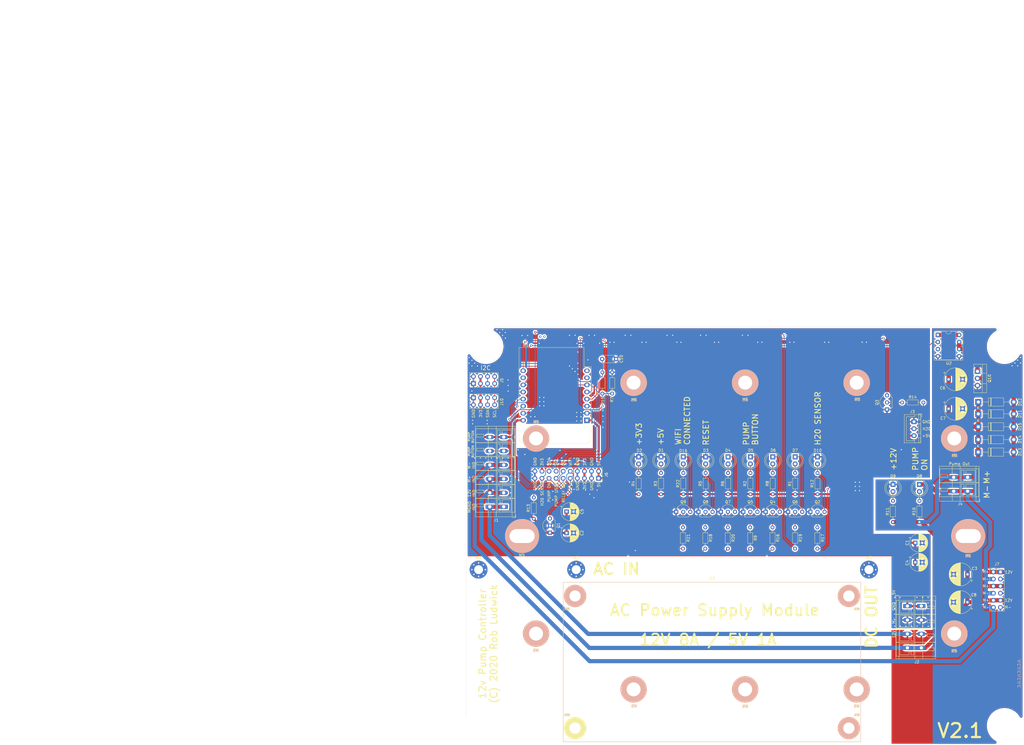
<source format=kicad_pcb>
(kicad_pcb (version 20200922) (generator pcbnew)
  (title_block (title "12V Pump Controller Board") (date "2020-04-11") (rev "RC1"))
  (layers (0 "F.Cu" signal) (31 "B.Cu" signal) (34 "B.Paste" user) (35 "F.Paste" user) (36 "B.SilkS" user "B.Silkscreen") (37 "F.SilkS" user "F.Silkscreen") (38 "B.Mask" user) (39 "F.Mask" user) (44 "Edge.Cuts" user))
  (net 0 "")
  (net 1 "SIGNAL_GND")
  (net 2 "+5V")
  (net 3 "+3V3")
  (net 4 "MOTOR-")
  (net 5 "Net-(D1-Pad2)")
  (net 6 "Net-(D2-Pad2)")
  (net 7 "Net-(D3-Pad2)")
  (net 8 "Net-(D4-Pad2)")
  (net 9 "Net-(D5-Pad2)")
  (net 10 "Net-(D6-Pad2)")
  (net 11 "Net-(D7-Pad2)")
  (net 12 "Net-(D8-Pad2)")
  (net 13 "Net-(D9-Pad2)")
  (net 14 "Net-(D10-Pad2)")
  (net 15 "MOTOR+")
  (net 16 "PUMP_USER_SIG")
  (net 17 "SENSOR_OUT")
  (net 18 "RESET")
  (net 19 "PUMP_IND")
  (net 20 "WATER_PRESENT")
  (net 21 "CPU_OK")
  (net 22 "SDA")
  (net 23 "SCL")
  (net 24 "Net-(D4-Pad1)")
  (net 25 "Net-(D5-Pad1)")
  (net 26 "Net-(D6-Pad1)")
  (net 27 "Net-(D7-Pad1)")
  (net 28 "PUMP_BUTTON")
  (net 29 "Net-(Q2-Pad2)")
  (net 30 "Net-(Q4-Pad2)")
  (net 31 "Net-(Q6-Pad2)")
  (net 32 "Net-(Q7-Pad2)")
  (net 33 "Net-(Q8-Pad2)")
  (net 34 "Net-(D16-Pad2)")
  (net 35 "Net-(D16-Pad1)")
  (net 36 "WIFI")
  (net 37 "Net-(Q9-Pad2)")
  (net 38 "Net-(Q5-Pad2)")
  (net 39 "Net-(Q3-Pad2)")
  (net 40 "MOTOR_ON")
  (net 41 "MOTOR_GND")
  (net 42 "PIN_D5")
  (net 43 "/MOS_IN")
  (module "pump controller:MountingHole_5x9mm" (layer "F.Cu") (at 50 88)
    (fp_text reference "M5" (at -0.12196 6.85912) (layer "F.SilkS"))
    (fp_text value "MountingHole_5x9mm")
    (pad "" np_thru_hole oval (at 0 0) (size 9 5) (drill oval 9 5) (layers *.Cu *.Mask))
  )
  (module "pump controller:MountingHole_5x9mm" (layer "F.Cu") (at 210 88)
    (fp_text reference "M5" (at -0.04608 7.08264) (layer "F.SilkS"))
    (fp_text value "MountingHole_5x9mm")
    (fp_text user "M5" (at -0.08164 7.1182) (layer "B.SilkS") (effects (justify mirror)))
    (pad "" np_thru_hole oval (at 0 0) (size 9 5) (drill oval 9 5) (layers *.Cu *.Mask))
  )
  (module "pump controller:MountingHole_5mm" (layer "F.Cu") (at 90 33)
    (fp_text reference "M5" (at 0.15228 6.15184) (layer "F.SilkS"))
    (fp_text value "MountingHole_5mm")
    (fp_text user "M5" (at 0.05576 6.17216) (layer "B.SilkS") (effects (justify mirror)))
    (pad "1" np_thru_hole circle (at 0 0) (size 5 5) (drill 5) (layers *.Cu *.Mask))
  )
  (module "pump controller:MountingHole_5mm" (layer "F.Cu") (at 130 33)
    (fp_text reference "M5" (at 40.21308 5.9842) (layer "B.SilkS") (effects (justify mirror)))
    (fp_text value "MountingHole_5mm")
    (fp_text user "M5" (at -0.0002 6.22296) (layer "B.SilkS") (effects (justify mirror)))
    (pad "1" np_thru_hole circle (at 0 0) (size 5 5) (drill 5) (layers *.Cu *.Mask))
  )
  (module "pump controller:MountingHole_5mm" (layer "F.Cu") (at 170 33)
    (fp_text reference "M5" (at 0.25372 6.02992) (layer "F.SilkS"))
    (fp_text value "MountingHole_5mm")
    (pad "1" np_thru_hole circle (at 0 0) (size 5 5) (drill 5) (layers *.Cu *.Mask))
  )
  (module "pump controller:MountingHole_5mm" (layer "F.Cu") (at 205 53)
    (fp_text reference "M5" (at 0.1076 6.14164) (layer "F.SilkS"))
    (fp_text value "MountingHole_5mm")
    (fp_text user "M5" (at 0.03648 6.1518) (layer "B.SilkS") (effects (justify mirror)))
    (pad "1" np_thru_hole circle (at 0 0) (size 5 5) (drill 5) (layers *.Cu *.Mask))
  )
  (module "pump controller:MountingHole_5mm" (layer "F.Cu") (at 55 123)
    (fp_text reference "M5" (at -0.01148 6.0018) (layer "F.SilkS"))
    (fp_text value "MountingHole_5mm")
    (fp_text user "M5" (at -0.06228 6.04244) (layer "B.SilkS") (effects (justify mirror)))
    (pad "1" np_thru_hole circle (at 0 0) (size 5 5) (drill 5) (layers *.Cu *.Mask))
  )
  (module "pump controller:MountingHole_5mm" (layer "F.Cu") (at 205 123)
    (fp_text reference "M5" (at 0.02124 6.21516) (layer "F.SilkS"))
    (fp_text value "MountingHole_5mm")
    (fp_text user "M5" (at -0.0702 6.21516) (layer "B.SilkS") (effects (justify mirror)))
    (pad "1" np_thru_hole circle (at 0 0) (size 5 5) (drill 5) (layers *.Cu *.Mask))
  )
  (module "pump controller:MountingHole_5mm" (layer "F.Cu") (at 90 143)
    (fp_text reference "M5" (at 0.13704 6.02208) (layer "F.SilkS"))
    (fp_text value "MountingHole_5mm")
    (fp_text user "M5" (at 0.1726 5.98652) (layer "B.SilkS") (effects (justify mirror)))
    (pad "1" np_thru_hole circle (at 0 0) (size 5 5) (drill 5) (layers *.Cu *.Mask))
  )
  (module "pump controller:MountingHole_5mm" (layer "F.Cu") (at 130 143)
    (fp_text reference "M5" (at 0.0252 6.08812) (layer "F.SilkS"))
    (fp_text value "MountingHole_5mm")
    (fp_text user "M5" (at 0.06076 6.12368) (layer "B.SilkS") (effects (justify mirror)))
    (pad "1" np_thru_hole circle (at 0 0) (size 5 5) (drill 5) (layers *.Cu *.Mask))
  )
  (module "pump controller:MountingHole_5mm" (layer "F.Cu") (at 170 143)
    (fp_text reference "M5" (at -0.03076 5.97636) (layer "F.SilkS"))
    (fp_text value "MountingHole_5mm")
    (fp_text user "M5" (at -0.01044 6.04748) (layer "B.SilkS") (effects (justify mirror)))
    (pad "1" np_thru_hole circle (at 0 0) (size 5 5) (drill 5) (layers *.Cu *.Mask))
  )
  (module "Diode_THT:D_DO-41_SOD81_P12.70mm_Horizontal" (layer "F.Cu") (at 213.625001 44.2)
    (fp_text reference "D11" (at 14.896319 0.00136 90) (layer "F.SilkS"))
    (fp_text value "D_Schottky")
    (fp_text user "K" (at 0 -2.1) (layer "F.SilkS"))
    (pad "1" thru_hole rect (at 0 0) (size 2.2 2.2) (drill 1.1) (layers *.Cu *.Mask) (net 15 "MOTOR+"))
    (pad "2" thru_hole oval (at 12.7 0) (size 2.2 2.2) (drill 1.1) (layers *.Cu *.Mask) (net 4 "MOTOR-"))
  )
  (module "Diode_THT:D_DO-41_SOD81_P12.70mm_Horizontal" (layer "F.Cu") (at 213.625001 39.925001)
    (fp_text reference "D12" (at 14.931879 0.029479 90) (layer "F.SilkS"))
    (fp_text value "D_Schottky")
    (pad "1" thru_hole rect (at 0 0) (size 2.2 2.2) (drill 1.1) (layers *.Cu *.Mask) (net 15 "MOTOR+"))
    (pad "2" thru_hole oval (at 12.7 0) (size 2.2 2.2) (drill 1.1) (layers *.Cu *.Mask) (net 4 "MOTOR-"))
  )
  (module "Diode_THT:D_DO-41_SOD81_P12.70mm_Horizontal" (layer "F.Cu") (at 213.6 57.9)
    (fp_text reference "D13" (at 14.96704 -0.01792 90) (layer "F.SilkS"))
    (fp_text value "D_Schottky")
    (fp_text user "K" (at 0 -2.1) (layer "F.SilkS"))
    (pad "1" thru_hole rect (at 0 0) (size 2.2 2.2) (drill 1.1) (layers *.Cu *.Mask) (net 15 "MOTOR+"))
    (pad "2" thru_hole oval (at 12.7 0) (size 2.2 2.2) (drill 1.1) (layers *.Cu *.Mask) (net 4 "MOTOR-"))
  )
  (module "Package_TO_SOT_THT:TO-92_Inline_Wide" (layer "F.Cu") (at 180.87 42.62 90)
    (fp_text reference "Q3" (at 2.54 -3.56 90) (layer "F.SilkS"))
    (fp_text value "2N3904")
    (pad "1" thru_hole rect (at 0 0 180) (size 1.5 1.5) (drill 0.8) (layers *.Cu *.Mask) (net 1 "SIGNAL_GND"))
    (pad "2" thru_hole circle (at 2.54 0 180) (size 1.5 1.5) (drill 0.8) (layers *.Cu *.Mask) (net 39 "Net-(Q3-Pad2)"))
    (pad "3" thru_hole circle (at 5.08 0 180) (size 1.5 1.5) (drill 0.8) (layers *.Cu *.Mask) (net 20 "WATER_PRESENT"))
  )
  (module "Resistor_THT:R_Axial_DIN0204_L3.6mm_D1.6mm_P7.62mm_Horizontal" (layer "F.Cu") (at 183 83 90)
    (fp_text reference "R11" (at 3.81 -1.92 90) (layer "F.SilkS"))
    (fp_text value "R")
    (pad "1" thru_hole circle (at 0 0 90) (size 1.4 1.4) (drill 0.7) (layers *.Cu *.Mask) (net 15 "MOTOR+"))
    (pad "2" thru_hole oval (at 7.62 0 90) (size 1.4 1.4) (drill 0.7) (layers *.Cu *.Mask) (net 13 "Net-(D9-Pad2)"))
  )
  (module "Diode_THT:D_DO-41_SOD81_P12.70mm_Horizontal" (layer "F.Cu") (at 213.6 48.8)
    (fp_text reference "D15" (at 14.92132 0.00384 90) (layer "F.SilkS"))
    (fp_text value "D_Schottky")
    (fp_text user "K" (at 0 -2.1) (layer "F.SilkS"))
    (pad "1" thru_hole rect (at 0 0) (size 2.2 2.2) (drill 1.1) (layers *.Cu *.Mask) (net 15 "MOTOR+"))
    (pad "2" thru_hole oval (at 12.7 0) (size 2.2 2.2) (drill 1.1) (layers *.Cu *.Mask) (net 4 "MOTOR-"))
  )
  (module "Connector_JST:JST_XH_B3B-XH-A_1x03_P2.50mm_Vertical" (layer "F.Cu") (at 190.5534 47.00234 -90)
    (fp_text reference "J3" (at -3.596 0.56134 180) (layer "F.SilkS"))
    (fp_text value "Water Sensor Connector")
    (pad "1" thru_hole roundrect (at 0 0 270) (size 1.7 1.95) (drill 0.95) (layers *.Cu *.Mask) (roundrect_rratio 0.147059) (net 1 "SIGNAL_GND"))
    (pad "2" thru_hole oval (at 2.5 0 270) (size 1.7 1.95) (drill 0.95) (layers *.Cu *.Mask) (net 17 "SENSOR_OUT"))
    (pad "3" thru_hole oval (at 5 0 270) (size 1.7 1.95) (drill 0.95) (layers *.Cu *.Mask) (net 2 "+5V"))
  )
  (module "LED_THT:LED_D5.0mm" (layer "F.Cu") (at 183.027776 69.5 -90)
    (fp_text reference "D9" (at -3 0 180) (layer "F.SilkS"))
    (fp_text value "LED")
    (pad "1" thru_hole rect (at 0 0 270) (size 1.8 1.8) (drill 0.9) (layers *.Cu *.Mask) (net 41 "MOTOR_GND"))
    (pad "2" thru_hole circle (at 2.54 0 270) (size 1.8 1.8) (drill 0.9) (layers *.Cu *.Mask) (net 13 "Net-(D9-Pad2)"))
  )
  (module "LED_THT:LED_D5.0mm" (layer "F.Cu") (at 192.5 69.5 -90)
    (fp_text reference "D8" (at -3 0 180) (layer "F.SilkS"))
    (fp_text value "LED")
    (pad "1" thru_hole rect (at 0 0 270) (size 1.8 1.8) (drill 0.9) (layers *.Cu *.Mask) (net 4 "MOTOR-"))
    (pad "2" thru_hole circle (at 2.54 0 270) (size 1.8 1.8) (drill 0.9) (layers *.Cu *.Mask) (net 12 "Net-(D8-Pad2)"))
  )
  (module "TerminalBlock_WAGO:TerminalBlock_WAGO_236-406_1x06_P5.00mm_45Degree" (layer "F.Cu") (at 38.4 77.5 90)
    (fp_text reference "J1" (at -4.8 2.3 180) (layer "F.SilkS"))
    (fp_text value "Button Terminal")
    (pad "1" thru_hole rect (at 0 5 90) (size 1.5 3) (drill 1.15) (layers *.Cu *.Mask) (net 41 "MOTOR_GND"))
    (pad "1" thru_hole rect (at 0 0 90) (size 1.5 3) (drill 1.15) (layers *.Cu *.Mask) (net 41 "MOTOR_GND"))
    (pad "2" thru_hole oval (at 5 0 90) (size 1.5 3) (drill 1.15) (layers *.Cu *.Mask) (net 15 "MOTOR+"))
    (pad "2" thru_hole oval (at 5 5 90) (size 1.5 3) (drill 1.15) (layers *.Cu *.Mask) (net 15 "MOTOR+"))
    (pad "3" thru_hole oval (at 10 5 90) (size 1.5 3) (drill 1.15) (layers *.Cu *.Mask) (net 15 "MOTOR+"))
    (pad "3" thru_hole oval (at 10 0 90) (size 1.5 3) (drill 1.15) (layers *.Cu *.Mask) (net 15 "MOTOR+"))
    (pad "4" thru_hole oval (at 15 5 90) (size 1.5 3) (drill 1.15) (layers *.Cu *.Mask) (net 4 "MOTOR-"))
    (pad "4" thru_hole oval (at 15 0 90) (size 1.5 3) (drill 1.15) (layers *.Cu *.Mask) (net 4 "MOTOR-"))
    (pad "5" thru_hole oval (at 20 0 90) (size 1.5 3) (drill 1.15) (layers *.Cu *.Mask) (net 28 "PUMP_BUTTON"))
    (pad "5" thru_hole oval (at 20 5 90) (size 1.5 3) (drill 1.15) (layers *.Cu *.Mask) (net 28 "PUMP_BUTTON"))
    (pad "6" thru_hole oval (at 25 5 90) (size 1.5 3) (drill 1.15) (layers *.Cu *.Mask) (net 3 "+3V3"))
    (pad "6" thru_hole oval (at 25 0 90) (size 1.5 3) (drill 1.15) (layers *.Cu *.Mask) (net 3 "+3V3"))
  )
  (module "TerminalBlock_WAGO:TerminalBlock_WAGO_236-402_1x02_P5.00mm_45Degree" (layer "F.Cu") (at 204.78502 71.91276 90)
    (fp_text reference "J4" (at -4.58724 2.31498 180) (layer "F.SilkS"))
    (fp_text value "Motor Connector")
    (pad "1" thru_hole rect (at 0 5 90) (size 1.5 3) (drill 1.15) (layers *.Cu *.Mask) (net 4 "MOTOR-"))
    (pad "1" thru_hole rect (at 0 0 90) (size 1.5 3) (drill 1.15) (layers *.Cu *.Mask) (net 4 "MOTOR-"))
    (pad "2" thru_hole oval (at 5 0 90) (size 1.5 3) (drill 1.15) (layers *.Cu *.Mask) (net 15 "MOTOR+"))
    (pad "2" thru_hole oval (at 5 5 90) (size 1.5 3) (drill 1.15) (layers *.Cu *.Mask) (net 15 "MOTOR+"))
  )
  (module "pump controller:MountingHole_5mm" (layer "F.Cu") (at 55 53)
    (fp_text reference "M5" (at 0.04948 -5.9) (layer "F.SilkS"))
    (fp_text value "MountingHole_5mm")
    (fp_text user "M5" (at 0 -5.9) (layer "B.SilkS") (effects (justify mirror)))
    (pad "1" np_thru_hole circle (at 0 0) (size 5 5) (drill 5) (layers *.Cu *.Mask))
  )
  (module "Connector_PinSocket_2.54mm:PinSocket_2x06_P2.54mm_Vertical" (layer "F.Cu") (at 221.5668 100.884)
    (fp_text reference "J7" (at -1.27 -2.77) (layer "F.SilkS"))
    (fp_text value "Motor Connector")
    (pad "1" thru_hole rect (at 0 0) (size 1.7 1.7) (drill 1) (layers *.Cu *.Mask) (net 15 "MOTOR+"))
    (pad "2" thru_hole oval (at -2.54 0) (size 1.7 1.7) (drill 1) (layers *.Cu *.Mask) (net 15 "MOTOR+"))
    (pad "3" thru_hole oval (at 0 2.54) (size 1.7 1.7) (drill 1) (layers *.Cu *.Mask) (net 41 "MOTOR_GND"))
    (pad "4" thru_hole oval (at -2.54 2.54) (size 1.7 1.7) (drill 1) (layers *.Cu *.Mask) (net 4 "MOTOR-"))
    (pad "5" thru_hole oval (at 0 5.08) (size 1.7 1.7) (drill 1) (layers *.Cu *.Mask) (net 15 "MOTOR+"))
    (pad "6" thru_hole oval (at -2.54 5.08) (size 1.7 1.7) (drill 1) (layers *.Cu *.Mask) (net 15 "MOTOR+"))
    (pad "7" thru_hole oval (at 0 7.62) (size 1.7 1.7) (drill 1) (layers *.Cu *.Mask) (net 41 "MOTOR_GND"))
    (pad "8" thru_hole oval (at -2.54 7.62) (size 1.7 1.7) (drill 1) (layers *.Cu *.Mask) (net 4 "MOTOR-"))
    (pad "9" thru_hole oval (at 0 10.16) (size 1.7 1.7) (drill 1) (layers *.Cu *.Mask) (net 15 "MOTOR+"))
    (pad "10" thru_hole oval (at -2.54 10.16) (size 1.7 1.7) (drill 1) (layers *.Cu *.Mask) (net 15 "MOTOR+"))
    (pad "11" thru_hole oval (at 0 12.7) (size 1.7 1.7) (drill 1) (layers *.Cu *.Mask) (net 41 "MOTOR_GND"))
    (pad "12" thru_hole oval (at -2.54 12.7) (size 1.7 1.7) (drill 1) (layers *.Cu *.Mask) (net 4 "MOTOR-"))
  )
  (module "Diode_THT:D_DO-41_SOD81_P12.70mm_Horizontal" (layer "F.Cu") (at 213.6 53.4)
    (fp_text reference "D14" (at 14.94164 -0.09528 90) (layer "F.SilkS"))
    (fp_text value "D_Schottky")
    (pad "1" thru_hole rect (at 0 0) (size 2.2 2.2) (drill 1.1) (layers *.Cu *.Mask) (net 15 "MOTOR+"))
    (pad "2" thru_hole oval (at 12.7 0) (size 2.2 2.2) (drill 1.1) (layers *.Cu *.Mask) (net 4 "MOTOR-"))
  )
  (module "Capacitor_THT:CP_Radial_D8.0mm_P5.00mm" (layer "F.Cu") (at 209.72532 111.72726 180)
    (fp_text reference "C8" (at -2.27076 2.61112) (layer "F.SilkS"))
    (fp_text value "1000uF")
    (pad "1" thru_hole rect (at 0 0 180) (size 1.6 1.6) (drill 0.8) (layers *.Cu *.Mask) (net 15 "MOTOR+"))
    (pad "2" thru_hole circle (at 5 0 180) (size 1.6 1.6) (drill 0.8) (layers *.Cu *.Mask) (net 41 "MOTOR_GND"))
  )
  (module "Capacitor_THT:CP_Radial_D6.3mm_P2.50mm" (layer "F.Cu") (at 65.95 86.9)
    (fp_text reference "C2" (at 5.5 0 -90) (layer "F.SilkS"))
    (fp_text value "100uf")
    (pad "1" thru_hole rect (at 0 0) (size 1.6 1.6) (drill 0.8) (layers *.Cu *.Mask) (net 3 "+3V3"))
    (pad "2" thru_hole circle (at 2.5 0) (size 1.6 1.6) (drill 0.8) (layers *.Cu *.Mask) (net 1 "SIGNAL_GND"))
  )
  (module "Capacitor_THT:CP_Radial_D6.3mm_P2.50mm" (layer "F.Cu") (at 65.95 79.25)
    (fp_text reference "C5" (at 5.5 0 -90) (layer "F.SilkS"))
    (fp_text value "100uf")
    (pad "1" thru_hole rect (at 0 0) (size 1.6 1.6) (drill 0.8) (layers *.Cu *.Mask) (net 3 "+3V3"))
    (pad "2" thru_hole circle (at 2.5 0) (size 1.6 1.6) (drill 0.8) (layers *.Cu *.Mask) (net 1 "SIGNAL_GND"))
  )
  (module "Capacitor_THT:CP_Radial_D6.3mm_P2.50mm" (layer "F.Cu") (at 191.00044 90.44968)
    (fp_text reference "C1" (at -2.90044 -0.04968 90) (layer "F.SilkS"))
    (fp_text value "100uf")
    (pad "1" thru_hole rect (at 0 0) (size 1.6 1.6) (drill 0.8) (layers *.Cu *.Mask) (net 2 "+5V"))
    (pad "2" thru_hole circle (at 2.5 0) (size 1.6 1.6) (drill 0.8) (layers *.Cu *.Mask) (net 1 "SIGNAL_GND"))
  )
  (module "Capacitor_THT:CP_Radial_D8.0mm_P5.00mm" (layer "F.Cu") (at 209.7431 101.74252 180)
    (fp_text reference "C3" (at -2.50698 2.10058) (layer "F.SilkS"))
    (fp_text value "1000uF")
    (pad "1" thru_hole rect (at 0 0 180) (size 1.6 1.6) (drill 0.8) (layers *.Cu *.Mask) (net 15 "MOTOR+"))
    (pad "2" thru_hole circle (at 5 0 180) (size 1.6 1.6) (drill 0.8) (layers *.Cu *.Mask) (net 41 "MOTOR_GND"))
  )
  (module "Resistor_THT:R_Axial_DIN0204_L3.6mm_D1.6mm_P7.62mm_Horizontal" (layer "F.Cu") (at 82.3 36.9 90)
    (fp_text reference "R7" (at -2.15138 -0.10922 90) (layer "F.SilkS"))
    (fp_text value "1k")
    (pad "1" thru_hole circle (at 0 0 90) (size 1.4 1.4) (drill 0.7) (layers *.Cu *.Mask) (net 28 "PUMP_BUTTON"))
    (pad "2" thru_hole oval (at 7.62 0 90) (size 1.4 1.4) (drill 0.7) (layers *.Cu *.Mask) (net 1 "SIGNAL_GND"))
  )
  (module "Connector_PinSocket_2.54mm:PinSocket_2x04_P2.54mm_Vertical" (layer "F.Cu") (at 32.54 38.4 90)
    (fp_text reference "J10" (at -1.5 10.16 90) (layer "F.SilkS"))
    (fp_text value "I2C Header 1")
    (pad "1" thru_hole rect (at 0 0 90) (size 1.7 1.7) (drill 1) (layers *.Cu *.Mask) (net 1 "SIGNAL_GND"))
    (pad "2" thru_hole oval (at -2.54 0 90) (size 1.7 1.7) (drill 1) (layers *.Cu *.Mask) (net 1 "SIGNAL_GND"))
    (pad "3" thru_hole oval (at 0 2.54 90) (size 1.7 1.7) (drill 1) (layers *.Cu *.Mask) (net 3 "+3V3"))
    (pad "4" thru_hole oval (at -2.54 2.54 90) (size 1.7 1.7) (drill 1) (layers *.Cu *.Mask) (net 3 "+3V3"))
    (pad "5" thru_hole oval (at 0 5.08 90) (size 1.7 1.7) (drill 1) (layers *.Cu *.Mask) (net 22 "SDA"))
    (pad "6" thru_hole oval (at -2.54 5.08 90) (size 1.7 1.7) (drill 1) (layers *.Cu *.Mask) (net 22 "SDA"))
    (pad "7" thru_hole oval (at 0 7.62 90) (size 1.7 1.7) (drill 1) (layers *.Cu *.Mask) (net 23 "SCL"))
    (pad "8" thru_hole oval (at -2.54 7.62 90) (size 1.7 1.7) (drill 1) (layers *.Cu *.Mask) (net 23 "SCL"))
  )
  (module "Resistor_THT:R_Axial_DIN0204_L3.6mm_D1.6mm_P7.62mm_Horizontal" (layer "F.Cu") (at 186.3 40.1)
    (fp_text reference "R14" (at 3.81 -1.92) (layer "F.SilkS"))
    (fp_text value "R")
    (pad "1" thru_hole circle (at 0 0) (size 1.4 1.4) (drill 0.7) (layers *.Cu *.Mask) (net 39 "Net-(Q3-Pad2)"))
    (pad "2" thru_hole oval (at 7.62 0) (size 1.4 1.4) (drill 0.7) (layers *.Cu *.Mask) (net 17 "SENSOR_OUT"))
  )
  (module "Capacitor_THT:C_Disc_D4.7mm_W2.5mm_P5.00mm" (layer "F.Cu") (at 78.7 24.5)
    (fp_text reference "C10" (at 6.9 -0.0381 90) (layer "F.SilkS"))
    (fp_text value "22nF")
    (pad "1" thru_hole circle (at 0 0) (size 1.6 1.6) (drill 0.8) (layers *.Cu *.Mask) (net 16 "PUMP_USER_SIG"))
    (pad "2" thru_hole circle (at 5 0) (size 1.6 1.6) (drill 0.8) (layers *.Cu *.Mask) (net 1 "SIGNAL_GND"))
  )
  (module "Resistor_THT:R_Axial_DIN0204_L3.6mm_D1.6mm_P7.62mm_Horizontal" (layer "F.Cu") (at 78.8 29.3 -90)
    (fp_text reference "R15" (at 10.2 -0.12192 90) (layer "F.SilkS"))
    (fp_text value "1k")
    (pad "1" thru_hole circle (at 0 0 270) (size 1.4 1.4) (drill 0.7) (layers *.Cu *.Mask) (net 16 "PUMP_USER_SIG"))
    (pad "2" thru_hole oval (at 7.62 0 270) (size 1.4 1.4) (drill 0.7) (layers *.Cu *.Mask) (net 28 "PUMP_BUTTON"))
  )
  (module "Resistor_THT:R_Axial_DIN0204_L3.6mm_D1.6mm_P7.62mm_Horizontal" (layer "F.Cu") (at 155.9 84.9 -90)
    (fp_text reference "R17" (at 3.81 -1.92 90) (layer "F.SilkS"))
    (fp_text value "R")
    (pad "1" thru_hole circle (at 0 0 270) (size 1.4 1.4) (drill 0.7) (layers *.Cu *.Mask) (net 29 "Net-(Q2-Pad2)"))
    (pad "2" thru_hole oval (at 7.62 0 270) (size 1.4 1.4) (drill 0.7) (layers *.Cu *.Mask) (net 17 "SENSOR_OUT"))
  )
  (module "Resistor_THT:R_Axial_DIN0204_L3.6mm_D1.6mm_P7.62mm_Horizontal" (layer "F.Cu") (at 115.7 84.9 -90)
    (fp_text reference "R18" (at 3.81 -1.92 90) (layer "F.SilkS"))
    (fp_text value "R")
    (pad "1" thru_hole circle (at 0 0 270) (size 1.4 1.4) (drill 0.7) (layers *.Cu *.Mask) (net 33 "Net-(Q8-Pad2)"))
    (pad "2" thru_hole oval (at 7.62 0 270) (size 1.4 1.4) (drill 0.7) (layers *.Cu *.Mask) (net 18 "RESET"))
  )
  (module "Resistor_THT:R_Axial_DIN0204_L3.6mm_D1.6mm_P7.62mm_Horizontal" (layer "F.Cu") (at 147.9 84.9 -90)
    (fp_text reference "R19" (at 3.81 -1.92 90) (layer "F.SilkS"))
    (fp_text value "R")
    (pad "1" thru_hole circle (at 0 0 270) (size 1.4 1.4) (drill 0.7) (layers *.Cu *.Mask) (net 31 "Net-(Q6-Pad2)"))
    (pad "2" thru_hole oval (at 7.62 0 270) (size 1.4 1.4) (drill 0.7) (layers *.Cu *.Mask) (net 21 "CPU_OK"))
  )
  (module "Resistor_THT:R_Axial_DIN0204_L3.6mm_D1.6mm_P7.62mm_Horizontal" (layer "F.Cu") (at 123.8 84.9 -90)
    (fp_text reference "R20" (at 3.81 -1.92 90) (layer "F.SilkS"))
    (fp_text value "R")
    (pad "1" thru_hole circle (at 0 0 270) (size 1.4 1.4) (drill 0.7) (layers *.Cu *.Mask) (net 32 "Net-(Q7-Pad2)"))
    (pad "2" thru_hole oval (at 7.62 0 270) (size 1.4 1.4) (drill 0.7) (layers *.Cu *.Mask) (net 40 "MOTOR_ON"))
  )
  (module "Connector_PinSocket_2.54mm:PinSocket_2x10_P2.54mm_Vertical" (layer "F.Cu") (at 77.44 67.3 -90)
    (fp_text reference "J6" (at -1.27 -2.77 90) (layer "F.SilkS"))
    (fp_text value "Digital Connector")
    (pad "1" thru_hole rect (at 0 0 270) (size 1.7 1.7) (drill 1) (layers *.Cu *.Mask) (net 2 "+5V"))
    (pad "2" thru_hole oval (at -2.54 0 270) (size 1.7 1.7) (drill 1) (layers *.Cu *.Mask) (net 2 "+5V"))
    (pad "3" thru_hole oval (at 0 2.54 270) (size 1.7 1.7) (drill 1) (layers *.Cu *.Mask) (net 1 "SIGNAL_GND"))
    (pad "4" thru_hole oval (at -2.54 2.54 270) (size 1.7 1.7) (drill 1) (layers *.Cu *.Mask) (net 1 "SIGNAL_GND"))
    (pad "5" thru_hole oval (at 0 5.08 270) (size 1.7 1.7) (drill 1) (layers *.Cu *.Mask) (net 3 "+3V3"))
    (pad "6" thru_hole oval (at -2.54 5.08 270) (size 1.7 1.7) (drill 1) (layers *.Cu *.Mask) (net 3 "+3V3"))
    (pad "7" thru_hole oval (at 0 7.62 270) (size 1.7 1.7) (drill 1) (layers *.Cu *.Mask) (net 1 "SIGNAL_GND"))
    (pad "8" thru_hole oval (at -2.54 7.62 270) (size 1.7 1.7) (drill 1) (layers *.Cu *.Mask) (net 1 "SIGNAL_GND"))
    (pad "9" thru_hole oval (at 0 10.16 270) (size 1.7 1.7) (drill 1) (layers *.Cu *.Mask) (net 18 "RESET"))
    (pad "10" thru_hole oval (at -2.54 10.16 270) (size 1.7 1.7) (drill 1) (layers *.Cu *.Mask) (net 36 "WIFI"))
    (pad "11" thru_hole oval (at 0 12.7 270) (size 1.7 1.7) (drill 1) (layers *.Cu *.Mask) (net 40 "MOTOR_ON"))
    (pad "12" thru_hole oval (at -2.54 12.7 270) (size 1.7 1.7) (drill 1) (layers *.Cu *.Mask) (net 42 "PIN_D5"))
    (pad "13" thru_hole oval (at 0 15.24 270) (size 1.7 1.7) (drill 1) (layers *.Cu *.Mask) (net 16 "PUMP_USER_SIG"))
    (pad "14" thru_hole oval (at -2.54 15.24 270) (size 1.7 1.7) (drill 1) (layers *.Cu *.Mask) (net 23 "SCL"))
    (pad "15" thru_hole oval (at 0 17.78 270) (size 1.7 1.7) (drill 1) (layers *.Cu *.Mask) (net 19 "PUMP_IND"))
    (pad "16" thru_hole oval (at -2.54 17.78 270) (size 1.7 1.7) (drill 1) (layers *.Cu *.Mask) (net 22 "SDA"))
    (pad "17" thru_hole oval (at 0 20.32 270) (size 1.7 1.7) (drill 1) (layers *.Cu *.Mask) (net 20 "WATER_PRESENT"))
    (pad "18" thru_hole oval (at -2.54 20.32 270) (size 1.7 1.7) (drill 1) (layers *.Cu *.Mask) (net 3 "+3V3"))
    (pad "19" thru_hole oval (at 0 22.86 270) (size 1.7 1.7) (drill 1) (layers *.Cu *.Mask) (net 1 "SIGNAL_GND"))
    (pad "20" thru_hole oval (at -2.54 22.86 270) (size 1.7 1.7) (drill 1) (layers *.Cu *.Mask) (net 1 "SIGNAL_GND"))
  )
  (module "Connector_PinHeader_2.54mm:PinHeader_2x04_P2.54mm_Vertical" (layer "F.Cu") (at 32.54 33.32 90)
    (fp_text reference "J5" (at 1.12 10.16 90) (layer "F.SilkS"))
    (fp_text value "I2C Header 2")
    (pad "1" thru_hole rect (at 0 0 90) (size 1.7 1.7) (drill 1) (layers *.Cu *.Mask) (net 1 "SIGNAL_GND"))
    (pad "2" thru_hole oval (at 2.54 0 90) (size 1.7 1.7) (drill 1) (layers *.Cu *.Mask) (net 1 "SIGNAL_GND"))
    (pad "3" thru_hole oval (at 0 2.54 90) (size 1.7 1.7) (drill 1) (layers *.Cu *.Mask) (net 3 "+3V3"))
    (pad "4" thru_hole oval (at 2.54 2.54 90) (size 1.7 1.7) (drill 1) (layers *.Cu *.Mask) (net 3 "+3V3"))
    (pad "5" thru_hole oval (at 0 5.08 90) (size 1.7 1.7) (drill 1) (layers *.Cu *.Mask) (net 22 "SDA"))
    (pad "6" thru_hole oval (at 2.54 5.08 90) (size 1.7 1.7) (drill 1) (layers *.Cu *.Mask) (net 22 "SDA"))
    (pad "7" thru_hole oval (at 0 7.62 90) (size 1.7 1.7) (drill 1) (layers *.Cu *.Mask) (net 23 "SCL"))
    (pad "8" thru_hole oval (at 2.54 7.62 90) (size 1.7 1.7) (drill 1) (layers *.Cu *.Mask) (net 23 "SCL"))
  )
  (module "Resistor_THT:R_Axial_DIN0204_L3.6mm_D1.6mm_P7.62mm_Horizontal" (layer "F.Cu") (at 131.888888 73 90)
    (fp_text reference "R2" (at 3.81 -1.92 90) (layer "F.SilkS"))
    (fp_text value "330")
    (pad "1" thru_hole circle (at 0 0 90) (size 1.4 1.4) (drill 0.7) (layers *.Cu *.Mask) (net 2 "+5V"))
    (pad "2" thru_hole oval (at 7.62 0 90) (size 1.4 1.4) (drill 0.7) (layers *.Cu *.Mask) (net 9 "Net-(D5-Pad2)"))
  )
  (module "Resistor_THT:R_Axial_DIN0204_L3.6mm_D1.6mm_P7.62mm_Horizontal" (layer "F.Cu") (at 54.2 81.8 90)
    (fp_text reference "R13" (at 3.81 -1.92 90) (layer "F.SilkS"))
    (fp_text value "10k")
    (pad "1" thru_hole circle (at 0 0 90) (size 1.4 1.4) (drill 0.7) (layers *.Cu *.Mask) (net 3 "+3V3"))
    (pad "2" thru_hole oval (at 7.62 0 90) (size 1.4 1.4) (drill 0.7) (layers *.Cu *.Mask) (net 20 "WATER_PRESENT"))
  )
  (module "LED_THT:LED_D5.0mm" (layer "F.Cu") (at 147.933332 59.6 -90)
    (fp_text reference "D7" (at -2.371 0.001132) (layer "F.SilkS"))
    (fp_text value "LED")
    (pad "1" thru_hole rect (at 0 0 270) (size 1.8 1.8) (drill 0.9) (layers *.Cu *.Mask) (net 27 "Net-(D7-Pad1)"))
    (pad "2" thru_hole circle (at 2.54 0 270) (size 1.8 1.8) (drill 0.9) (layers *.Cu *.Mask) (net 11 "Net-(D7-Pad2)"))
  )
  (module "LED_THT:LED_D5.0mm" (layer "F.Cu") (at 155.95 59.6 -90)
    (fp_text reference "D10" (at -2.2948 -0.0594) (layer "F.SilkS"))
    (fp_text value "LED")
    (pad "1" thru_hole rect (at 0 0 270) (size 1.8 1.8) (drill 0.9) (layers *.Cu *.Mask) (net 1 "SIGNAL_GND"))
    (pad "2" thru_hole circle (at 2.54 0 270) (size 1.8 1.8) (drill 0.9) (layers *.Cu *.Mask) (net 14 "Net-(D10-Pad2)"))
  )
  (module "LED_THT:LED_D5.0mm" (layer "F.Cu") (at 123.866666 59.6 -90)
    (fp_text reference "D4" (at -2.3 0.066666 180) (layer "F.SilkS"))
    (fp_text value "LED")
    (pad "1" thru_hole rect (at 0 0 270) (size 1.8 1.8) (drill 0.9) (layers *.Cu *.Mask) (net 24 "Net-(D4-Pad1)"))
    (pad "2" thru_hole circle (at 2.54 0 270) (size 1.8 1.8) (drill 0.9) (layers *.Cu *.Mask) (net 8 "Net-(D4-Pad2)"))
  )
  (module "Resistor_THT:R_Axial_DIN0204_L3.6mm_D1.6mm_P7.62mm_Horizontal" (layer "F.Cu") (at 123.866666 73 90)
    (fp_text reference "R6" (at 3.81 -1.92 90) (layer "F.SilkS"))
    (fp_text value "330")
    (pad "1" thru_hole circle (at 0 0 90) (size 1.4 1.4) (drill 0.7) (layers *.Cu *.Mask) (net 2 "+5V"))
    (pad "2" thru_hole oval (at 7.62 0 90) (size 1.4 1.4) (drill 0.7) (layers *.Cu *.Mask) (net 8 "Net-(D4-Pad2)"))
  )
  (module "LED_THT:LED_D5.0mm" (layer "F.Cu") (at 139.91111 59.6 -90)
    (fp_text reference "D6" (at -2.371 -0.12169 180) (layer "F.SilkS"))
    (fp_text value "LED")
    (pad "1" thru_hole rect (at 0 0 270) (size 1.8 1.8) (drill 0.9) (layers *.Cu *.Mask) (net 26 "Net-(D6-Pad1)"))
    (pad "2" thru_hole circle (at 2.54 0 270) (size 1.8 1.8) (drill 0.9) (layers *.Cu *.Mask) (net 10 "Net-(D6-Pad2)"))
  )
  (module "Resistor_THT:R_Axial_DIN0204_L3.6mm_D1.6mm_P7.62mm_Horizontal" (layer "F.Cu") (at 139.91111 73 90)
    (fp_text reference "R8" (at 3.81 -1.92 90) (layer "F.SilkS"))
    (fp_text value "330")
    (pad "1" thru_hole circle (at 0 0 90) (size 1.4 1.4) (drill 0.7) (layers *.Cu *.Mask) (net 2 "+5V"))
    (pad "2" thru_hole oval (at 7.62 0 90) (size 1.4 1.4) (drill 0.7) (layers *.Cu *.Mask) (net 10 "Net-(D6-Pad2)"))
  )
  (module "Resistor_THT:R_Axial_DIN0204_L3.6mm_D1.6mm_P7.62mm_Horizontal" (layer "F.Cu") (at 155.95 73 90)
    (fp_text reference "R12" (at 3.81 -1.92 90) (layer "F.SilkS"))
    (fp_text value "330")
    (pad "1" thru_hole circle (at 0 0 90) (size 1.4 1.4) (drill 0.7) (layers *.Cu *.Mask) (net 2 "+5V"))
    (pad "2" thru_hole oval (at 7.62 0 90) (size 1.4 1.4) (drill 0.7) (layers *.Cu *.Mask) (net 14 "Net-(D10-Pad2)"))
  )
  (module "LED_THT:LED_D5.0mm" (layer "F.Cu") (at 115.844444 59.6 -90)
    (fp_text reference "D3" (at -2.3 -0.055556 180) (layer "F.SilkS"))
    (fp_text value "LED")
    (pad "1" thru_hole rect (at 0 0 270) (size 1.8 1.8) (drill 0.9) (layers *.Cu *.Mask) (net 1 "SIGNAL_GND"))
    (pad "2" thru_hole circle (at 2.54 0 270) (size 1.8 1.8) (drill 0.9) (layers *.Cu *.Mask) (net 7 "Net-(D3-Pad2)"))
  )
  (module "LED_THT:LED_D5.0mm" (layer "F.Cu") (at 131.888888 59.6 -90)
    (fp_text reference "D5" (at -2.371 -0.092112 180) (layer "F.SilkS"))
    (fp_text value "LED")
    (pad "1" thru_hole rect (at 0 0 270) (size 1.8 1.8) (drill 0.9) (layers *.Cu *.Mask) (net 25 "Net-(D5-Pad1)"))
    (pad "2" thru_hole circle (at 2.54 0 270) (size 1.8 1.8) (drill 0.9) (layers *.Cu *.Mask) (net 9 "Net-(D5-Pad2)"))
  )
  (module "Resistor_THT:R_Axial_DIN0204_L3.6mm_D1.6mm_P7.62mm_Horizontal" (layer "F.Cu") (at 115.844444 73 90)
    (fp_text reference "R5" (at 3.81 -1.92 90) (layer "F.SilkS"))
    (fp_text value "330")
    (pad "1" thru_hole circle (at 0 0 90) (size 1.4 1.4) (drill 0.7) (layers *.Cu *.Mask) (net 2 "+5V"))
    (pad "2" thru_hole oval (at 7.62 0 90) (size 1.4 1.4) (drill 0.7) (layers *.Cu *.Mask) (net 7 "Net-(D3-Pad2)"))
  )
  (module "Resistor_THT:R_Axial_DIN0204_L3.6mm_D1.6mm_P7.62mm_Horizontal" (layer "F.Cu") (at 147.933332 73 90)
    (fp_text reference "R1" (at 3.81 -1.92 90) (layer "F.SilkS"))
    (fp_text value "330")
    (pad "1" thru_hole circle (at 0 0 90) (size 1.4 1.4) (drill 0.7) (layers *.Cu *.Mask) (net 2 "+5V"))
    (pad "2" thru_hole oval (at 7.62 0 90) (size 1.4 1.4) (drill 0.7) (layers *.Cu *.Mask) (net 11 "Net-(D7-Pad2)"))
  )
  (module "Resistor_THT:R_Axial_DIN0204_L3.6mm_D1.6mm_P7.62mm_Horizontal" (layer "F.Cu") (at 139.8 84.9 -90)
    (fp_text reference "R16" (at 3.81 -1.92 90) (layer "F.SilkS"))
    (fp_text value "R")
    (pad "1" thru_hole circle (at 0 0 270) (size 1.4 1.4) (drill 0.7) (layers *.Cu *.Mask) (net 30 "Net-(Q4-Pad2)"))
    (pad "2" thru_hole oval (at 7.62 0 270) (size 1.4 1.4) (drill 0.7) (layers *.Cu *.Mask) (net 19 "PUMP_IND"))
  )
  (module "Module:WEMOS_D1_mini_light" (layer "F.Cu") (at 73.25 46.5 180)
    (fp_text reference "U1" (at 22 27) (layer "F.SilkS"))
    (fp_text value "WeMos_mini")
    (pad "1" thru_hole rect (at 0 0 180) (size 2 2) (drill 1) (layers *.Cu *.Mask) (net 2 "+5V"))
    (pad "2" thru_hole oval (at 0 2.54 180) (size 2 1.6) (drill 1) (layers *.Cu *.Mask) (net 1 "SIGNAL_GND"))
    (pad "3" thru_hole oval (at 0 5.08 180) (size 2 1.6) (drill 1) (layers *.Cu *.Mask) (net 20 "WATER_PRESENT"))
    (pad "4" thru_hole oval (at 0 7.62 180) (size 2 1.6) (drill 1) (layers *.Cu *.Mask) (net 16 "PUMP_USER_SIG"))
    (pad "5" thru_hole oval (at 0 10.16 180) (size 2 1.6) (drill 1) (layers *.Cu *.Mask) (net 22 "SDA"))
    (pad "6" thru_hole oval (at 0 12.7 180) (size 2 1.6) (drill 1) (layers *.Cu *.Mask) (net 23 "SCL"))
    (pad "7" thru_hole oval (at 0 15.24 180) (size 2 1.6) (drill 1) (layers *.Cu *.Mask))
    (pad "8" thru_hole oval (at 0 17.78 180) (size 2 1.6) (drill 1) (layers *.Cu *.Mask))
    (pad "9" thru_hole oval (at 22.86 17.78 180) (size 2 1.6) (drill 1) (layers *.Cu *.Mask) (net 18 "RESET"))
    (pad "10" thru_hole oval (at 22.86 15.24 180) (size 2 1.6) (drill 1) (layers *.Cu *.Mask))
    (pad "11" thru_hole oval (at 22.86 12.7 180) (size 2 1.6) (drill 1) (layers *.Cu *.Mask) (net 40 "MOTOR_ON"))
    (pad "12" thru_hole oval (at 22.86 10.16 180) (size 2 1.6) (drill 1) (layers *.Cu *.Mask) (net 42 "PIN_D5"))
    (pad "13" thru_hole oval (at 22.86 7.62 180) (size 2 1.6) (drill 1) (layers *.Cu *.Mask) (net 36 "WIFI"))
    (pad "14" thru_hole oval (at 22.86 5.08 180) (size 2 1.6) (drill 1) (layers *.Cu *.Mask) (net 19 "PUMP_IND"))
    (pad "15" thru_hole oval (at 22.86 2.54 180) (size 2 1.6) (drill 1) (layers *.Cu *.Mask) (net 21 "CPU_OK"))
    (pad "16" thru_hole oval (at 22.86 0 180) (size 2 1.6) (drill 1) (layers *.Cu *.Mask) (net 3 "+3V3"))
  )
  (module "Capacitor_THT:CP_Radial_D6.3mm_P2.50mm" (layer "F.Cu") (at 191.00044 97.42452)
    (fp_text reference "C4" (at -2.90044 0.17548 90) (layer "F.SilkS"))
    (fp_text value "100uf")
    (pad "1" thru_hole rect (at 0 0) (size 1.6 1.6) (drill 0.8) (layers *.Cu *.Mask) (net 2 "+5V"))
    (pad "2" thru_hole circle (at 2.5 0) (size 1.6 1.6) (drill 0.8) (layers *.Cu *.Mask) (net 1 "SIGNAL_GND"))
  )
  (module "Package_TO_SOT_THT:TO-92_Inline_Wide" (layer "F.Cu") (at 60 86.8 90)
    (fp_text reference "Q1" (at 2.6 3 90) (layer "F.SilkS"))
    (fp_text value "AZ7033Z-E1")
    (pad "1" thru_hole rect (at 0 0 180) (size 1.5 1.5) (drill 0.8) (layers *.Cu *.Mask) (net 3 "+3V3"))
    (pad "2" thru_hole circle (at 2.54 0 180) (size 1.5 1.5) (drill 0.8) (layers *.Cu *.Mask) (net 1 "SIGNAL_GND"))
    (pad "3" thru_hole circle (at 5.08 0 180) (size 1.5 1.5) (drill 0.8) (layers *.Cu *.Mask) (net 18 "RESET"))
  )
  (module "LED_THT:LED_D5.0mm" (layer "F.Cu") (at 107.8 59.6 -90)
    (fp_text reference "D16" (at -2.2 0 180) (layer "F.SilkS"))
    (fp_text value "LED")
    (pad "1" thru_hole rect (at 0 0 270) (size 1.8 1.8) (drill 0.9) (layers *.Cu *.Mask) (net 35 "Net-(D16-Pad1)"))
    (pad "2" thru_hole circle (at 2.54 0 270) (size 1.8 1.8) (drill 0.9) (layers *.Cu *.Mask) (net 34 "Net-(D16-Pad2)"))
  )
  (module "Resistor_THT:R_Axial_DIN0204_L3.6mm_D1.6mm_P7.62mm_Horizontal" (layer "F.Cu") (at 107.7 84.9 -90)
    (fp_text reference "R21" (at 3.81 -1.92 90) (layer "F.SilkS"))
    (fp_text value "R")
    (pad "1" thru_hole circle (at 0 0 270) (size 1.4 1.4) (drill 0.7) (layers *.Cu *.Mask) (net 37 "Net-(Q9-Pad2)"))
    (pad "2" thru_hole oval (at 7.62 0 270) (size 1.4 1.4) (drill 0.7) (layers *.Cu *.Mask) (net 36 "WIFI"))
  )
  (module "Resistor_THT:R_Axial_DIN0204_L3.6mm_D1.6mm_P7.62mm_Horizontal" (layer "F.Cu") (at 107.822222 73 90)
    (fp_text reference "R22" (at 3.81 -1.92 90) (layer "F.SilkS"))
    (fp_text value "330")
    (pad "1" thru_hole circle (at 0 0 90) (size 1.4 1.4) (drill 0.7) (layers *.Cu *.Mask) (net 2 "+5V"))
    (pad "2" thru_hole oval (at 7.62 0 90) (size 1.4 1.4) (drill 0.7) (layers *.Cu *.Mask) (net 34 "Net-(D16-Pad2)"))
  )
  (module "LED_THT:LED_D5.0mm" (layer "F.Cu") (at 99.822222 59.6 -90)
    (fp_text reference "D1" (at -2.371 -0.028778 180) (layer "F.SilkS"))
    (fp_text value "LED")
    (pad "1" thru_hole rect (at 0 0 270) (size 1.8 1.8) (drill 0.9) (layers *.Cu *.Mask) (net 1 "SIGNAL_GND"))
    (pad "2" thru_hole circle (at 2.54 0 270) (size 1.8 1.8) (drill 0.9) (layers *.Cu *.Mask) (net 5 "Net-(D1-Pad2)"))
  )
  (module "LED_THT:LED_D5.0mm" (layer "F.Cu") (at 91.8 59.6 -90)
    (fp_text reference "D2" (at -2.2948 -0.2532 180) (layer "F.SilkS"))
    (fp_text value "LED")
    (pad "1" thru_hole rect (at 0 0 270) (size 1.8 1.8) (drill 0.9) (layers *.Cu *.Mask) (net 1 "SIGNAL_GND"))
    (pad "2" thru_hole circle (at 2.54 0 270) (size 1.8 1.8) (drill 0.9) (layers *.Cu *.Mask) (net 6 "Net-(D2-Pad2)"))
  )
  (module "Resistor_THT:R_Axial_DIN0204_L3.6mm_D1.6mm_P7.62mm_Horizontal" (layer "F.Cu") (at 91.8 73 90)
    (fp_text reference "R4" (at 3.81 -1.92 90) (layer "F.SilkS"))
    (fp_text value "R")
    (pad "1" thru_hole circle (at 0 0 90) (size 1.4 1.4) (drill 0.7) (layers *.Cu *.Mask) (net 3 "+3V3"))
    (pad "2" thru_hole oval (at 7.62 0 90) (size 1.4 1.4) (drill 0.7) (layers *.Cu *.Mask) (net 6 "Net-(D2-Pad2)"))
  )
  (module "Resistor_THT:R_Axial_DIN0204_L3.6mm_D1.6mm_P7.62mm_Horizontal" (layer "F.Cu") (at 99.822222 73 90)
    (fp_text reference "R3" (at 3.81 -1.92 90) (layer "F.SilkS"))
    (fp_text value "R")
    (pad "1" thru_hole circle (at 0 0 90) (size 1.4 1.4) (drill 0.7) (layers *.Cu *.Mask) (net 2 "+5V"))
    (pad "2" thru_hole oval (at 7.62 0 90) (size 1.4 1.4) (drill 0.7) (layers *.Cu *.Mask) (net 5 "Net-(D1-Pad2)"))
  )
  (module "Resistor_THT:R_Axial_DIN0204_L3.6mm_D1.6mm_P7.62mm_Horizontal" (layer "F.Cu") (at 131.8 84.9 -90)
    (fp_text reference "R9" (at 3.81 -1.92 90) (layer "F.SilkS"))
    (fp_text value "R")
    (pad "1" thru_hole circle (at 0 0 270) (size 1.4 1.4) (drill 0.7) (layers *.Cu *.Mask) (net 38 "Net-(Q5-Pad2)"))
    (pad "2" thru_hole oval (at 7.62 0 270) (size 1.4 1.4) (drill 0.7) (layers *.Cu *.Mask) (net 16 "PUMP_USER_SIG"))
  )
  (module "Capacitor_THT:CP_Radial_D8.0mm_P5.00mm" (layer "F.Cu") (at 202.974 31.796)
    (fp_text reference "C6" (at -2.15 3.1) (layer "F.SilkS"))
    (fp_text value "1000uF")
    (pad "1" thru_hole rect (at 0 0) (size 1.6 1.6) (drill 0.8) (layers *.Cu *.Mask) (net 15 "MOTOR+"))
    (pad "2" thru_hole circle (at 5 0) (size 1.6 1.6) (drill 0.8) (layers *.Cu *.Mask) (net 41 "MOTOR_GND"))
  )
  (module "Package_DIP:DIP-8_W7.62mm_Socket" (layer "F.Cu") (at 199.125 15.875)
    (fp_text reference "U2" (at 3.935 10.135 180) (layer "F.SilkS"))
    (fp_text value "TC4422")
    (pad "1" thru_hole rect (at 0 0) (size 1.6 1.6) (drill 0.8) (layers *.Cu *.Mask) (net 15 "MOTOR+"))
    (pad "2" thru_hole oval (at 0 2.54) (size 1.6 1.6) (drill 0.8) (layers *.Cu *.Mask) (net 40 "MOTOR_ON"))
    (pad "3" thru_hole oval (at 0 5.08) (size 1.6 1.6) (drill 0.8) (layers *.Cu *.Mask))
    (pad "4" thru_hole oval (at 0 7.62) (size 1.6 1.6) (drill 0.8) (layers *.Cu *.Mask) (net 41 "MOTOR_GND"))
    (pad "5" thru_hole oval (at 7.62 7.62) (size 1.6 1.6) (drill 0.8) (layers *.Cu *.Mask) (net 41 "MOTOR_GND"))
    (pad "6" thru_hole oval (at 7.62 5.08) (size 1.6 1.6) (drill 0.8) (layers *.Cu *.Mask) (net 43 "/MOS_IN"))
    (pad "7" thru_hole oval (at 7.62 2.54) (size 1.6 1.6) (drill 0.8) (layers *.Cu *.Mask) (net 43 "/MOS_IN"))
    (pad "8" thru_hole oval (at 7.62 0) (size 1.6 1.6) (drill 0.8) (layers *.Cu *.Mask) (net 15 "MOTOR+"))
  )
  (module "Package_TO_SOT_THT:TO-220-3_Vertical" (layer "F.Cu") (at 213.325 28.925 -90)
    (fp_text reference "Q10" (at 2.54 -4.318 -90) (layer "F.SilkS"))
    (fp_text value "VNP5N07")
    (pad "1" thru_hole rect (at 0 0 270) (size 1.905 2) (drill 1.1) (layers *.Cu *.Mask) (net 43 "/MOS_IN"))
    (pad "2" thru_hole oval (at 2.54 0 270) (size 1.905 2) (drill 1.1) (layers *.Cu *.Mask) (net 4 "MOTOR-"))
    (pad "3" thru_hole oval (at 5.08 0 270) (size 1.905 2) (drill 1.1) (layers *.Cu *.Mask) (net 41 "MOTOR_GND"))
  )
  (module "Capacitor_THT:CP_Radial_D8.0mm_P5.00mm" (layer "F.Cu") (at 202.974 42.34462)
    (fp_text reference "C7" (at -1.99644 3.39852) (layer "F.SilkS"))
    (fp_text value "1000uF")
    (pad "1" thru_hole rect (at 0 0) (size 1.6 1.6) (drill 0.8) (layers *.Cu *.Mask) (net 15 "MOTOR+"))
    (pad "2" thru_hole circle (at 5 0) (size 1.6 1.6) (drill 0.8) (layers *.Cu *.Mask) (net 41 "MOTOR_GND"))
  )
  (module "TerminalBlock_WAGO:TerminalBlock_WAGO_236-404_1x04_P5.00mm_45Degree" (layer "F.Cu") (at 193.18854 113.1103 -90)
    (fp_text reference "J2" (at 20.07572 1.59348 180) (layer "F.SilkS"))
    (fp_text value "Power Terminal")
    (pad "1" thru_hole rect (at 0 5 270) (size 1.5 3) (drill 1.15) (layers *.Cu *.Mask) (net 2 "+5V"))
    (pad "1" thru_hole rect (at 0 0 270) (size 1.5 3) (drill 1.15) (layers *.Cu *.Mask) (net 2 "+5V"))
    (pad "2" thru_hole oval (at 5 0 270) (size 1.5 3) (drill 1.15) (layers *.Cu *.Mask) (net 1 "SIGNAL_GND"))
    (pad "2" thru_hole oval (at 5 5 270) (size 1.5 3) (drill 1.15) (layers *.Cu *.Mask) (net 1 "SIGNAL_GND"))
    (pad "3" thru_hole oval (at 10 5 270) (size 1.5 3) (drill 1.15) (layers *.Cu *.Mask) (net 41 "MOTOR_GND"))
    (pad "3" thru_hole oval (at 10 0 270) (size 1.5 3) (drill 1.15) (layers *.Cu *.Mask) (net 41 "MOTOR_GND"))
    (pad "4" thru_hole oval (at 15 5 270) (size 1.5 3) (drill 1.15) (layers *.Cu *.Mask) (net 15 "MOTOR+"))
    (pad "4" thru_hole oval (at 15 0 270) (size 1.5 3) (drill 1.15) (layers *.Cu *.Mask) (net 15 "MOTOR+"))
  )
  (module "Resistor_THT:R_Axial_DIN0204_L3.6mm_D1.6mm_P7.62mm_Horizontal" (layer "F.Cu") (at 192.505554 83 90)
    (fp_text reference "R10" (at 3.81 -1.92 90) (layer "F.SilkS"))
    (fp_text value "R")
    (pad "1" thru_hole circle (at 0 0 90) (size 1.4 1.4) (drill 0.7) (layers *.Cu *.Mask) (net 15 "MOTOR+"))
    (pad "2" thru_hole oval (at 7.62 0 90) (size 1.4 1.4) (drill 0.7) (layers *.Cu *.Mask) (net 12 "Net-(D8-Pad2)"))
  )
  (module "Package_TO_SOT_THT:TO-92_Inline_Wide" (layer "F.Cu") (at 121.27808 79.3278)
    (fp_text reference "Q7" (at 2.54 -3.56) (layer "F.SilkS"))
    (fp_text value "2N3904")
    (pad "1" thru_hole rect (at 0 0 90) (size 1.5 1.5) (drill 0.8) (layers *.Cu *.Mask) (net 1 "SIGNAL_GND"))
    (pad "2" thru_hole circle (at 2.54 0 90) (size 1.5 1.5) (drill 0.8) (layers *.Cu *.Mask) (net 32 "Net-(Q7-Pad2)"))
    (pad "3" thru_hole circle (at 5.08 0 90) (size 1.5 1.5) (drill 0.8) (layers *.Cu *.Mask) (net 24 "Net-(D4-Pad1)"))
  )
  (module "Package_TO_SOT_THT:TO-92_Inline_Wide" (layer "F.Cu") (at 105.2466 79.3278)
    (fp_text reference "Q9" (at 2.54 -3.56) (layer "F.SilkS"))
    (fp_text value "2N3904")
    (pad "1" thru_hole rect (at 0 0 90) (size 1.5 1.5) (drill 0.8) (layers *.Cu *.Mask) (net 1 "SIGNAL_GND"))
    (pad "2" thru_hole circle (at 2.54 0 90) (size 1.5 1.5) (drill 0.8) (layers *.Cu *.Mask) (net 37 "Net-(Q9-Pad2)"))
    (pad "3" thru_hole circle (at 5.08 0 90) (size 1.5 1.5) (drill 0.8) (layers *.Cu *.Mask) (net 35 "Net-(D16-Pad1)"))
  )
  (module "Package_TO_SOT_THT:TO-92_Inline_Wide" (layer "F.Cu") (at 145.37252 79.3278)
    (fp_text reference "Q6" (at 2.54 -3.56) (layer "F.SilkS"))
    (fp_text value "2N3904")
    (pad "1" thru_hole rect (at 0 0 90) (size 1.5 1.5) (drill 0.8) (layers *.Cu *.Mask) (net 1 "SIGNAL_GND"))
    (pad "2" thru_hole circle (at 2.54 0 90) (size 1.5 1.5) (drill 0.8) (layers *.Cu *.Mask) (net 31 "Net-(Q6-Pad2)"))
    (pad "3" thru_hole circle (at 5.08 0 90) (size 1.5 1.5) (drill 0.8) (layers *.Cu *.Mask) (net 27 "Net-(D7-Pad1)"))
  )
  (module "Package_TO_SOT_THT:TO-92_Inline_Wide" (layer "F.Cu") (at 129.30956 79.3278)
    (fp_text reference "Q5" (at 2.54 -3.56) (layer "F.SilkS"))
    (fp_text value "2N3904")
    (pad "1" thru_hole rect (at 0 0 90) (size 1.5 1.5) (drill 0.8) (layers *.Cu *.Mask) (net 1 "SIGNAL_GND"))
    (pad "2" thru_hole circle (at 2.54 0 90) (size 1.5 1.5) (drill 0.8) (layers *.Cu *.Mask) (net 38 "Net-(Q5-Pad2)"))
    (pad "3" thru_hole circle (at 5.08 0 90) (size 1.5 1.5) (drill 0.8) (layers *.Cu *.Mask) (net 25 "Net-(D5-Pad1)"))
  )
  (module "Package_TO_SOT_THT:TO-92_Inline_Wide" (layer "F.Cu") (at 137.34104 79.3278)
    (fp_text reference "Q4" (at 2.54 -3.56) (layer "F.SilkS"))
    (fp_text value "2N3904")
    (pad "1" thru_hole rect (at 0 0 90) (size 1.5 1.5) (drill 0.8) (layers *.Cu *.Mask) (net 1 "SIGNAL_GND"))
    (pad "2" thru_hole circle (at 2.54 0 90) (size 1.5 1.5) (drill 0.8) (layers *.Cu *.Mask) (net 30 "Net-(Q4-Pad2)"))
    (pad "3" thru_hole circle (at 5.08 0 90) (size 1.5 1.5) (drill 0.8) (layers *.Cu *.Mask) (net 26 "Net-(D6-Pad1)"))
  )
  (module "Package_TO_SOT_THT:TO-92_Inline_Wide" (layer "F.Cu") (at 113.2466 79.3278)
    (fp_text reference "Q8" (at 2.54 -3.56) (layer "F.SilkS"))
    (fp_text value "2N3904")
    (pad "1" thru_hole rect (at 0 0 90) (size 1.5 1.5) (drill 0.8) (layers *.Cu *.Mask) (net 1 "SIGNAL_GND"))
    (pad "2" thru_hole circle (at 2.54 0 90) (size 1.5 1.5) (drill 0.8) (layers *.Cu *.Mask) (net 33 "Net-(Q8-Pad2)"))
    (pad "3" thru_hole circle (at 5.08 0 90) (size 1.5 1.5) (drill 0.8) (layers *.Cu *.Mask) (net 7 "Net-(D3-Pad2)"))
  )
  (module "Package_TO_SOT_THT:TO-92_Inline_Wide" (layer "F.Cu") (at 153.404 79.3278)
    (fp_text reference "Q2" (at 2.54 -3.56) (layer "F.SilkS"))
    (fp_text value "2N3904")
    (pad "1" thru_hole rect (at 0 0 90) (size 1.5 1.5) (drill 0.8) (layers *.Cu *.Mask) (net 1 "SIGNAL_GND"))
    (pad "2" thru_hole circle (at 2.54 0 90) (size 1.5 1.5) (drill 0.8) (layers *.Cu *.Mask) (net 29 "Net-(Q2-Pad2)"))
    (pad "3" thru_hole circle (at 5.08 0 90) (size 1.5 1.5) (drill 0.8) (layers *.Cu *.Mask) (net 14 "Net-(D10-Pad2)"))
  )
  (module "pump-controller:12V8A_5V1A_supply" (layer "F.Cu") (at 118.1 133.2)
    (fp_text reference "U3" (at 0 -30.1) (layer "F.SilkS"))
    (fp_text value "12V8A_5V1A_supply")
    (fp_text user "M4" (at -52 19) (layer "B.SilkS") (effects (justify mirror)))
    (fp_text user "M4" (at 52 -19) (layer "B.SilkS") (effects (justify mirror)))
    (fp_text user "M4" (at -52 -19) (layer "B.SilkS") (effects (justify mirror)))
    (fp_text user "M4" (at 52 19) (layer "B.SilkS") (effects (justify mirror)))
    (fp_text user "M4" (at -52 -19) (layer "F.SilkS"))
    (fp_text user "DC OUT" (at 57.2 -16.2 270) (layer "F.SilkS") (effects (font (size 4 4) (thickness 0.75))))
    (fp_text user "AC IN" (at -34.24868 -33.37264) (layer "F.SilkS") (effects (font (size 4 4) (thickness 0.75))))
    (fp_text user "12V 8A / 5V 1A" (at -1.4 -8) (layer "F.SilkS") (effects (font (size 4 4) (thickness 0.65))))
    (fp_text user "M4" (at -52 19) (layer "F.SilkS"))
    (fp_text user "AC Power Supply Module" (at 1 -18.6) (layer "F.SilkS") (effects (font (size 4 4) (thickness 0.65))))
    (fp_text user "M4" (at 52 19) (layer "F.SilkS"))
    (fp_text user "M4" (at 52 -19) (layer "F.SilkS"))
    (pad "" np_thru_hole circle (at 49.095 -23.7) (size 4 4) (drill 4) (layers *.Cu *.Mask))
    (pad "" np_thru_hole circle (at 49.095 23.7) (size 4 4) (drill 4) (layers *.Cu *.Mask))
    (pad "" np_thru_hole circle (at -49.095 23.7) (size 4 4) (drill 4) (layers *.Cu *.Mask))
    (pad "" np_thru_hole circle (at -49.095 -23.7) (size 4 4) (drill 4) (layers *.Cu *.Mask))
  )
  (module "MountingHole:MountingHole_3.2mm_M3_Pad_Via" (layer "F.Cu") (at 34.4 100.05)
    (fp_text reference "M3" (at 0 -4.2) (layer "F.SilkS"))
    (fp_text value "MountingHole_3.2mm_M3_Pad_Via")
    (pad "1" thru_hole circle (at -2.4 0) (size 0.8 0.8) (drill 0.5) (layers *.Cu *.Mask))
    (pad "1" thru_hole circle (at -1.697056 -1.697056) (size 0.8 0.8) (drill 0.5) (layers *.Cu *.Mask))
    (pad "1" thru_hole circle (at 0 0) (size 6.4 6.4) (drill 3.2) (layers *.Cu *.Mask))
    (pad "1" thru_hole circle (at 2.4 0) (size 0.8 0.8) (drill 0.5) (layers *.Cu *.Mask))
    (pad "1" thru_hole circle (at 1.697056 -1.697056) (size 0.8 0.8) (drill 0.5) (layers *.Cu *.Mask))
    (pad "1" thru_hole circle (at -1.697056 1.697056) (size 0.8 0.8) (drill 0.5) (layers *.Cu *.Mask))
    (pad "1" thru_hole circle (at 0 -2.4) (size 0.8 0.8) (drill 0.5) (layers *.Cu *.Mask))
    (pad "1" thru_hole circle (at 0 2.4) (size 0.8 0.8) (drill 0.5) (layers *.Cu *.Mask))
    (pad "1" thru_hole circle (at 1.697056 1.697056) (size 0.8 0.8) (drill 0.5) (layers *.Cu *.Mask))
  )
  (module "MountingHole:MountingHole_3.2mm_M3_Pad_Via" (layer "F.Cu") (at 174.4 100.05)
    (fp_text reference "M3" (at 0 -4.2) (layer "F.SilkS"))
    (fp_text value "MountingHole_3.2mm_M3_Pad_Via")
    (pad "1" thru_hole circle (at -2.4 0) (size 0.8 0.8) (drill 0.5) (layers *.Cu *.Mask))
    (pad "1" thru_hole circle (at 1.697056 -1.697056) (size 0.8 0.8) (drill 0.5) (layers *.Cu *.Mask))
    (pad "1" thru_hole circle (at -1.697056 -1.697056) (size 0.8 0.8) (drill 0.5) (layers *.Cu *.Mask))
    (pad "1" thru_hole circle (at 0 -2.4) (size 0.8 0.8) (drill 0.5) (layers *.Cu *.Mask))
    (pad "1" thru_hole circle (at 1.697056 1.697056) (size 0.8 0.8) (drill 0.5) (layers *.Cu *.Mask))
    (pad "1" thru_hole circle (at 0 2.4) (size 0.8 0.8) (drill 0.5) (layers *.Cu *.Mask))
    (pad "1" thru_hole circle (at 0 0) (size 6.4 6.4) (drill 3.2) (layers *.Cu *.Mask))
    (pad "1" thru_hole circle (at -1.697056 1.697056) (size 0.8 0.8) (drill 0.5) (layers *.Cu *.Mask))
    (pad "1" thru_hole circle (at 2.4 0) (size 0.8 0.8) (drill 0.5) (layers *.Cu *.Mask))
  )
  (module "MountingHole:MountingHole_3.2mm_M3_Pad_Via" (layer "F.Cu") (at 69.4 100.05)
    (fp_text reference "M3" (at 0 -4.2) (layer "F.SilkS"))
    (fp_text value "MountingHole_3.2mm_M3_Pad_Via")
    (pad "1" thru_hole circle (at 1.697056 -1.697056) (size 0.8 0.8) (drill 0.5) (layers *.Cu *.Mask))
    (pad "1" thru_hole circle (at 0 2.4) (size 0.8 0.8) (drill 0.5) (layers *.Cu *.Mask))
    (pad "1" thru_hole circle (at 0 0) (size 6.4 6.4) (drill 3.2) (layers *.Cu *.Mask))
    (pad "1" thru_hole circle (at -1.697056 1.697056) (size 0.8 0.8) (drill 0.5) (layers *.Cu *.Mask))
    (pad "1" thru_hole circle (at 2.4 0) (size 0.8 0.8) (drill 0.5) (layers *.Cu *.Mask))
    (pad "1" thru_hole circle (at -2.4 0) (size 0.8 0.8) (drill 0.5) (layers *.Cu *.Mask))
    (pad "1" thru_hole circle (at 0 -2.4) (size 0.8 0.8) (drill 0.5) (layers *.Cu *.Mask))
    (pad "1" thru_hole circle (at 1.697056 1.697056) (size 0.8 0.8) (drill 0.5) (layers *.Cu *.Mask))
    (pad "1" thru_hole circle (at -1.697056 -1.697056) (size 0.8 0.8) (drill 0.5) (layers *.Cu *.Mask))
  )
  (module "" (layer "F.Cu") (at -137 -104)
    (fp_text reference "" (at 174.4 100.05) (layer "F.SilkS") (effects (font (size 1.27 1.27))))
    (fp_text value "" (at 174.4 100.05) (layer "F.SilkS") (effects (font (size 1.27 1.27))))
    (fp_text user "M5" (at 267 143) (layer "F.SilkS"))
  )
  (gr_line (start 30 153) (end 30.00041 23.000165) (layer "Edge.Cuts") (width 0.05))
  (gr_arc (start 223 20) (end 228 23) (angle 208.0724869) (layer "Edge.Cuts") (width 0.05))
  (gr_arc (start 219.6 14) (end 220 15) (angle -136.397181) (layer "Edge.Cuts") (width 0.05))
  (gr_line (start 230 23) (end 230 153) (layer "Edge.Cuts") (width 0.05))
  (gr_arc (start 31 23.4) (end 31.99856 22.997599) (angle -136.2501272) (layer "Edge.Cuts") (width 0.05))
  (gr_arc (start 37 20) (end 40 15) (angle 208.1) (layer "Edge.Cuts") (width 0.05))
  (gr_line (start 40 13) (end 220 13) (layer "Edge.Cuts") (width 0.05))
  (gr_line (start 220 163) (end 40 163) (layer "Edge.Cuts") (width 0.05))
  (gr_text "JLCJLCJLCJLC" (at 228.23938 137.2568 90) (layer "B.SilkS") (effects (font (size 1 1)) (justify mirror)))
  (gr_text "+12V\n" (at 183.227776 60.423809 90) (layer "F.SilkS") (effects (font (size 2 2) (thickness 0.3))))
  (gr_text "H20 SENSOR\n" (at 156.05 45.8 90) (layer "F.SilkS") (effects (font (size 2 2) (thickness 0.3))))
  (gr_text "M-\n" (at 216.69254 72.1312 90) (layer "F.SilkS") (effects (font (size 2 2) (thickness 0.3))))
  (gr_text "12V" (at 224.49034 111.03892) (layer "F.SilkS") (effects (font (size 1 1))))
  (gr_text "M+\n" (at 216.3979 111.02622) (layer "F.SilkS") (effects (font (size 1 1))))
  (gr_text "M-" (at 216.42076 113.56622) (layer "F.SilkS") (effects (font (size 1 1))))
  (gr_text "M-" (at 224.2846 113.54844) (layer "F.SilkS") (effects (font (size 1 1))))
  (gr_text "PUMP\nBUTTON\n" (at 31.69578 57.67328 90) (layer "F.SilkS") (effects (font (size 0.8 0.8))))
  (gr_text "GND" (at 32.55568 44.09116 90) (layer "F.SilkS") (effects (font (size 1 1))))
  (gr_text "3V3\n" (at 35.15156 44.09116 90) (layer "F.SilkS") (effects (font (size 1 1))))
  (gr_text "SDA" (at 37.66108 44.1445 90) (layer "F.SilkS") (effects (font (size 1 1))))
  (gr_text "SCL\n" (at 40.1706 44.15974 90) (layer "F.SilkS") (effects (font (size 1 1))))
  (gr_text "PUMP\nBUTTON" (at 132 55.6 90) (layer "F.SilkS") (effects (font (size 2 2) (thickness 0.3)) (justify left)))
  (gr_text "GND\n" (at 54.66966 61.308913 90) (layer "F.SilkS") (effects (font (size 1 1))))
  (gr_text "GND\n" (at 54.65696 70.17903 90) (layer "F.SilkS") (effects (font (size 1 1))))
  (gr_text "GND\n" (at 69.89442 70.17903 90) (layer "F.SilkS") (effects (font (size 1 1))))
  (gr_text "GND\n" (at 69.92998 61.308913 90) (layer "F.SilkS") (effects (font (size 1 1))))
  (gr_text "GND\n" (at 74.99982 61.308913 90) (layer "F.SilkS") (effects (font (size 1 1))))
  (gr_text "GND\n" (at 74.98204 70.17903 90) (layer "F.SilkS") (effects (font (size 1 1))))
  (gr_text "3V3\n" (at 72.44458 70.036173 90) (layer "F.SilkS") (effects (font (size 1 1))))
  (gr_text "3V3\n" (at 72.45474 61.45177 90) (layer "F.SilkS") (effects (font (size 1 1))))
  (gr_text "SDA\n" (at 59.63282 61.42796 90) (layer "F.SilkS") (effects (font (size 1 1))))
  (gr_text "SCL\n" (at 62.23886 61.45177 90) (layer "F.SilkS") (effects (font (size 1 1))))
  (gr_text "D0" (at 64.81696 61.88224 90) (layer "F.SilkS") (effects (font (size 1 1))))
  (gr_text "WIFI" (at 67.3 62.9 90) (layer "F.SilkS") (effects (font (size 1 1)) (justify left)))
  (gr_text "H20 SENSE\n" (at 57.19188 68.64372 90) (layer "F.SilkS") (effects (font (size 1 1)) (justify right)))
  (gr_text "PUMP USER" (at 62.27188 68.58022 90) (layer "F.SilkS") (effects (font (size 1 1)) (justify right)))
  (gr_text "RELAY ON\n" (at 64.86014 68.62848 90) (layer "F.SilkS") (effects (font (size 1 1)) (justify right)))
  (gr_text "RST" (at 67.53222 70.012363 90) (layer "F.SilkS") (effects (font (size 1 1))))
  (gr_text "5V\n" (at 77.4941 69.559982 90) (layer "F.SilkS") (effects (font (size 1 1))))
  (gr_text "5V" (at 77.50934 61.92796 90) (layer "F.SilkS") (effects (font (size 1 1))))
  (gr_text "3V3\n" (at 57.14616 61.45177 90) (layer "F.SilkS") (effects (font (size 1 1))))
  (gr_text "PUMP ON\n\n" (at 60.49388 68.69198 90) (layer "F.SilkS") (effects (font (size 1 1)) (justify right)))
  (gr_text "12V\nIND\n" (at 31.91168 72.62118 90) (layer "F.SilkS") (effects (font (size 1 1))))
  (gr_text "PUMP\nON\n" (at 192.7 64.7 90) (layer "F.SilkS") (effects (font (size 2 2) (thickness 0.3)) (justify left)))
  (gr_text "+5V" (at 99.71036 52.36508 90) (layer "F.SilkS") (effects (font (size 2 2) (thickness 0.3))))
  (gr_text "+3V3" (at 91.90748 51.41766 90) (layer "F.SilkS") (effects (font (size 2 2) (thickness 0.3))))
  (gr_text "RESET" (at 115.944444 50.9 90) (layer "F.SilkS") (effects (font (size 2 2) (thickness 0.3))))
  (gr_text "WIFI\nCONNECTED\n" (at 107.6 55.5 90) (layer "F.SilkS") (effects (font (size 2 2) (thickness 0.3)) (justify left)))
  (gr_text "PUMP\nBUTTON" (at 31.7 52.4 90) (layer "F.SilkS") (effects (font (size 0.8 0.8))))
  (gr_text "Pump Out" (at 206.77384 62.0982) (layer "F.SilkS") (effects (font (size 1 1))))
  (gr_text "M+\n" (at 216.37758 105.96654) (layer "F.SilkS") (effects (font (size 1 1))))
  (gr_text "12v Pump Controller\n(C) 2020 Rob Ludwick\n" (at 37.8359 126.65484 90) (layer "F.SilkS") (effects (font (size 2.5 2.5) (thickness 0.4))))
  (gr_text "M-" (at 216.34202 103.44432) (layer "F.SilkS") (effects (font (size 1 1))))
  (gr_text "M-\nIND\n" (at 31.88628 62.66692 90) (layer "F.SilkS") (effects (font (size 1 1))))
  (gr_text "M-\n" (at 183.33218 118.27538 90) (layer "F.SilkS") (effects (font (size 1 1))))
  (gr_text "MGND\nIND" (at 31.92184 77.56402 90) (layer "F.SilkS") (effects (font (size 1 1))))
  (gr_text "12V" (at 183.33218 123.20044 90) (layer "F.SilkS") (effects (font (size 1 1))))
  (gr_text "M+\n" (at 216.64174 66.88102 90) (layer "F.SilkS") (effects (font (size 2 2) (thickness 0.3))))
  (gr_text "M+" (at 216.3217 100.78494) (layer "F.SilkS") (effects (font (size 1 1))))
  (gr_text "H20\n\n" (at 193.53536 50.3634) (layer "F.SilkS") (effects (font (size 1 1)) (justify left)))
  (gr_text "M+\nIND\n" (at 31.85834 67.5869 90) (layer "F.SilkS") (effects (font (size 1 1))))
  (gr_text "V2.1" (at 207.07102 157.81302) (layer "F.SilkS") (effects (font (size 5 5) (thickness 0.8))))
  (gr_text "GND\n" (at 195.07206 47.03346) (layer "F.SilkS") (effects (font (size 1 1))))
  (gr_text "5V\n" (at 183.30424 108.21444 90) (layer "F.SilkS") (effects (font (size 1 1))))
  (gr_text "I2C" (at 36.9 27.7) (layer "F.SilkS") (effects (font (size 1.5 1.5) (thickness 0.225))))
  (gr_text "GND" (at 183.30424 113.20046 90) (layer "F.SilkS") (effects (font (size 1 1))))
  (gr_text "12V" (at 224.52082 100.9602) (layer "F.SilkS") (effects (font (size 1 1))))
  (gr_text "+5V\n" (at 194.97046 52.03726) (layer "F.SilkS") (effects (font (size 1 1))))
  (gr_text "M-" (at 216.40044 108.50654) (layer "F.SilkS") (effects (font (size 1 1))))
  (via (at 56.5 16.5) (size 0.8) (drill 0.4) (layers "F.Cu" "B.Cu") (net 0))
  (via (at 58 16.5) (size 0.8) (drill 0.4) (layers "F.Cu" "B.Cu") (net 0))
  (segment (start 189.21 118.2) (end 189.27558 118.13442) (width 0.25) (layer "F.Cu") (net 1))
  (segment (start 194.17406 118.13442) (end 194.23964 118.2) (width 0.25) (layer "F.Cu") (net 1))
  (segment (start 189.27558 118.13442) (end 194.17406 118.13442) (width 0.25) (layer "F.Cu") (net 1))
  (via (at 51 58.75) (size 0.8) (drill 0.4) (layers "F.Cu" "B.Cu") (net 1))
  (via (at 53.1 45.2) (size 0.8) (drill 0.4) (layers "F.Cu" "B.Cu") (net 1))
  (via (at 54.6 45.2) (size 0.8) (drill 0.4) (layers "F.Cu" "B.Cu") (net 1))
  (via (at 71.1 43.7) (size 0.8) (drill 0.4) (layers "F.Cu" "B.Cu") (net 1))
  (via (at 71.1 46.7) (size 0.8) (drill 0.4) (layers "F.Cu" "B.Cu") (net 1))
  (via (at 71.1 45.2) (size 0.8) (drill 0.4) (layers "F.Cu" "B.Cu") (net 1))
  (via (at 69.6 43.7) (size 0.8) (drill 0.4) (layers "F.Cu" "B.Cu") (net 1))
  (via (at 69.6 45.2) (size 0.8) (drill 0.4) (layers "F.Cu" "B.Cu") (net 1))
  (via (at 69.6 46.7) (size 0.8) (drill 0.4) (layers "F.Cu" "B.Cu") (net 1))
  (via (at 136 18.5) (size 0.8) (drill 0.4) (layers "F.Cu" "B.Cu") (net 1))
  (via (at 147.5 18.5) (size 0.8) (drill 0.4) (layers "F.Cu" "B.Cu") (net 1))
  (via (at 158.5 18.5) (size 0.8) (drill 0.4) (layers "F.Cu" "B.Cu") (net 1))
  (via (at 172 18.5) (size 0.8) (drill 0.4) (layers "F.Cu" "B.Cu") (net 1))
  (via (at 160 18.5) (size 0.8) (drill 0.4) (layers "F.Cu" "B.Cu") (net 1))
  (via (at 173.5 18.5) (size 0.8) (drill 0.4) (layers "F.Cu" "B.Cu") (net 1))
  (via (at 146 18.5) (size 0.8) (drill 0.4) (layers "F.Cu" "B.Cu") (net 1))
  (via (at 134.5 18.5) (size 0.8) (drill 0.4) (layers "F.Cu" "B.Cu") (net 1))
  (via (at 56.3 41.3) (size 0.8) (drill 0.4) (layers "F.Cu" "B.Cu") (net 1))
  (via (at 56.3 38.3) (size 0.8) (drill 0.4) (layers "F.Cu" "B.Cu") (net 1))
  (via (at 56.3 39.8) (size 0.8) (drill 0.4) (layers "F.Cu" "B.Cu") (net 1))
  (via (at 57.8 41.3) (size 0.8) (drill 0.4) (layers "F.Cu" "B.Cu") (net 1))
  (via (at 57.8 39.8) (size 0.8) (drill 0.4) (layers "F.Cu" "B.Cu") (net 1))
  (via (at 57.8 38.3) (size 0.8) (drill 0.4) (layers "F.Cu" "B.Cu") (net 1))
  (via (at 169.5 68.7) (size 0.8) (drill 0.4) (layers "F.Cu" "B.Cu") (net 1))
  (via (at 171 71.7) (size 0.8) (drill 0.4) (layers "F.Cu" "B.Cu") (net 1))
  (via (at 171 68.7) (size 0.8) (drill 0.4) (layers "F.Cu" "B.Cu") (net 1))
  (via (at 171 70.2) (size 0.8) (drill 0.4) (layers "F.Cu" "B.Cu") (net 1))
  (via (at 169.5 70.2) (size 0.8) (drill 0.4) (layers "F.Cu" "B.Cu") (net 1))
  (via (at 169.5 71.7) (size 0.8) (drill 0.4) (layers "F.Cu" "B.Cu") (net 1))
  (via (at 61 75) (size 0.8) (drill 0.4) (layers "F.Cu" "B.Cu") (net 1))
  (via (at 45 32) (size 0.8) (drill 0.4) (layers "F.Cu" "B.Cu") (net 1))
  (via (at 72.75 71.5) (size 0.8) (drill 0.4) (layers "F.Cu" "B.Cu") (net 1))
  (via (at 102 16) (size 0.8) (drill 0.4) (layers "F.Cu" "B.Cu") (net 1))
  (via (at 64.18 60.01) (size 0.8) (drill 0.4) (layers "F.Cu" "B.Cu") (net 1))
  (via (at 70 26) (size 0.8) (drill 0.4) (layers "F.Cu" "B.Cu") (net 1))
  (via (at 33 60) (size 0.8) (drill 0.4) (layers "F.Cu" "B.Cu") (net 1))
  (via (at 104 16) (size 0.8) (drill 0.4) (layers "F.Cu" "B.Cu") (net 1))
  (via (at 116 16) (size 0.8) (drill 0.4) (layers "F.Cu" "B.Cu") (net 1))
  (via (at 67 16) (size 0.8) (drill 0.4) (layers "F.Cu" "B.Cu") (net 1))
  (via (at 42 15) (size 0.8) (drill 0.4) (layers "F.Cu" "B.Cu") (net 1))
  (via (at 69 16) (size 0.8) (drill 0.4) (layers "F.Cu" "B.Cu") (net 1))
  (via (at 79 43) (size 0.8) (drill 0.4) (layers "F.Cu" "B.Cu") (net 1))
  (via (at 183.61 110) (size 0.8) (drill 0.4) (layers "F.Cu" "B.Cu") (net 1))
  (via (at 77.81 18.85) (size 0.8) (drill 0.4) (layers "F.Cu" "B.Cu") (net 1))
  (via (at 183.61 112) (size 0.8) (drill 0.4) (layers "F.Cu" "B.Cu") (net 1))
  (via (at 65.71 58.63) (size 0.8) (drill 0.4) (layers "F.Cu" "B.Cu") (net 1))
  (via (at 187.65 120.33) (size 0.8) (drill 0.4) (layers "F.Cu" "B.Cu") (net 1))
  (via (at 74 16) (size 0.8) (drill 0.4) (layers "F.Cu" "B.Cu") (net 1))
  (via (at 76 16) (size 0.8) (drill 0.4) (layers "F.Cu" "B.Cu") (net 1))
  (via (at 107 18.5) (size 0.8) (drill 0.4) (layers "F.Cu" "B.Cu") (net 1))
  (via (at 35 60) (size 0.8) (drill 0.4) (layers "F.Cu" "B.Cu") (net 1))
  (via (at 72.13 18.89) (size 0.8) (drill 0.4) (layers "F.Cu" "B.Cu") (net 1))
  (via (at 68 28) (size 0.8) (drill 0.4) (layers "F.Cu" "B.Cu") (net 1))
  (via (at 94.5 18.5) (size 0.8) (drill 0.4) (layers "F.Cu" "B.Cu") (net 1))
  (via (at 131 16) (size 0.8) (drill 0.4) (layers "F.Cu" "B.Cu") (net 1))
  (via (at 76.88 71.56) (size 0.8) (drill 0.4) (layers "F.Cu" "B.Cu") (net 1))
  (via (at 119 18.5) (size 0.8) (drill 0.4) (layers "F.Cu" "B.Cu") (net 1))
  (via (at 70 22) (size 0.8) (drill 0.4) (layers "F.Cu" "B.Cu") (net 1))
  (via (at 185.61 110) (size 0.8) (drill 0.4) (layers "F.Cu" "B.Cu") (net 1))
  (via (at 87 16) (size 0.8) (drill 0.4) (layers "F.Cu" "B.Cu") (net 1))
  (via (at 79 49) (size 0.8) (drill 0.4) (layers "F.Cu" "B.Cu") (net 1))
  (via (at 32 27) (size 0.8) (drill 0.4) (layers "F.Cu" "B.Cu") (net 1))
  (via (at 79 47) (size 0.8) (drill 0.4) (layers "F.Cu" "B.Cu") (net 1))
  (via (at 185.65 120.33) (size 0.8) (drill 0.4) (layers "F.Cu" "B.Cu") (net 1))
  (via (at 32 36) (size 0.8) (drill 0.4) (layers "F.Cu" "B.Cu") (net 1))
  (via (at 129 16) (size 0.8) (drill 0.4) (layers "F.Cu" "B.Cu") (net 1))
  (via (at 193.61 110) (size 0.8) (drill 0.4) (layers "F.Cu" "B.Cu") (net 1))
  (via (at 32 25) (size 0.8) (drill 0.4) (layers "F.Cu" "B.Cu") (net 1))
  (via (at 73.6 24.8) (size 0.8) (drill 0.4) (layers "F.Cu" "B.Cu") (net 1))
  (via (at 191.65 120.33) (size 0.8) (drill 0.4) (layers "F.Cu" "B.Cu") (net 1))
  (via (at 93 18.5) (size 0.8) (drill 0.4) (layers "F.Cu" "B.Cu") (net 1))
  (via (at 195.61 114) (size 0.8) (drill 0.4) (layers "F.Cu" "B.Cu") (net 1))
  (via (at 32.25 47.75) (size 0.8) (drill 0.4) (layers "F.Cu" "B.Cu") (net 1))
  (via (at 183.65 120.33) (size 0.8) (drill 0.4) (layers "F.Cu" "B.Cu") (net 1))
  (via (at 45 36) (size 0.8) (drill 0.4) (layers "F.Cu" "B.Cu") (net 1))
  (via (at 37 60) (size 0.8) (drill 0.4) (layers "F.Cu" "B.Cu") (net 1))
  (via (at 183.61 116) (size 0.8) (drill 0.4) (layers "F.Cu" "B.Cu") (net 1))
  (via (at 31 24) (size 0.8) (drill 0.4) (layers "F.Cu" "B.Cu") (net 1))
  (via (at 43 16) (size 0.8) (drill 0.4) (layers "F.Cu" "B.Cu") (net 1))
  (via (at 114 16) (size 0.8) (drill 0.4) (layers "F.Cu" "B.Cu") (net 1))
  (via (at 45.82 66.48) (size 0.8) (drill 0.4) (layers "F.Cu" "B.Cu") (net 1))
  (via (at 88.49 68.65) (size 0.8) (drill 0.4) (layers "F.Cu" "B.Cu") (net 1))
  (via (at 69 29) (size 0.8) (drill 0.4) (layers "F.Cu" "B.Cu") (net 1))
  (via (at 31 26) (size 0.8) (drill 0.4) (layers "F.Cu" "B.Cu") (net 1))
  (via (at 68.67 60.09) (size 0.8) (drill 0.4) (layers "F.Cu" "B.Cu") (net 1))
  (via (at 195.61 116) (size 0.8) (drill 0.4) (layers "F.Cu" "B.Cu") (net 1))
  (via (at 43 60) (size 0.8) (drill 0.4) (layers "F.Cu" "B.Cu") (net 1))
  (via (at 105.5 18.5) (size 0.8) (drill 0.4) (layers "F.Cu" "B.Cu") (net 1))
  (via (at 70 30) (size 0.8) (drill 0.4) (layers "F.Cu" "B.Cu") (net 1))
  (via (at 89 16) (size 0.8) (drill 0.4) (layers "F.Cu" "B.Cu") (net 1))
  (via (at 43 14) (size 0.8) (drill 0.4) (layers "F.Cu" "B.Cu") (net 1))
  (via (at 189.65 120.33) (size 0.8) (drill 0.4) (layers "F.Cu" "B.Cu") (net 1))
  (via (at 183.61 118) (size 0.8) (drill 0.4) (layers "F.Cu" "B.Cu") (net 1))
  (via (at 37.5 47.75) (size 0.8) (drill 0.4) (layers "F.Cu" "B.Cu") (net 1))
  (via (at 75.75 74.25) (size 0.8) (drill 0.4) (layers "F.Cu" "B.Cu") (net 1))
  (via (at 52 16.1) (size 0.8) (drill 0.4) (layers "F.Cu" "B.Cu") (net 1))
  (via (at 83 18.5) (size 0.8) (drill 0.4) (layers "F.Cu" "B.Cu") (net 1))
  (via (at 191.61 110) (size 0.8) (drill 0.4) (layers "F.Cu" "B.Cu") (net 1))
  (via (at 195.65 120.33) (size 0.8) (drill 0.4) (layers "F.Cu" "B.Cu") (net 1))
  (via (at 32.25 46.5) (size 0.8) (drill 0.4) (layers "F.Cu" "B.Cu") (net 1))
  (via (at 63.59 57.33) (size 0.8) (drill 0.4) (layers "F.Cu" "B.Cu") (net 1))
  (via (at 48.55 57.05) (size 0.8) (drill 0.4) (layers "F.Cu" "B.Cu") (net 1))
  (via (at 81.5 18.5) (size 0.8) (drill 0.4) (layers "F.Cu" "B.Cu") (net 1))
  (via (at 68.62 71.28) (size 0.8) (drill 0.4) (layers "F.Cu" "B.Cu") (net 1))
  (via (at 45.82 70.48) (size 0.8) (drill 0.4) (layers "F.Cu" "B.Cu") (net 1))
  (via (at 45.82 68.48) (size 0.8) (drill 0.4) (layers "F.Cu" "B.Cu") (net 1))
  (via (at 44 15) (size 0.8) (drill 0.4) (layers "F.Cu" "B.Cu") (net 1))
  (via (at 41 60) (size 0.8) (drill 0.4) (layers "F.Cu" "B.Cu") (net 1))
  (via (at 41 14) (size 0.8) (drill 0.4) (layers "F.Cu" "B.Cu") (net 1))
  (via (at 59.75 60) (size 0.8) (drill 0.4) (layers "F.Cu" "B.Cu") (net 1))
  (via (at 195.61 112) (size 0.8) (drill 0.4) (layers "F.Cu" "B.Cu") (net 1))
  (via (at 33 26) (size 0.8) (drill 0.4) (layers "F.Cu" "B.Cu") (net 1))
  (via (at 45 60) (size 0.8) (drill 0.4) (layers "F.Cu" "B.Cu") (net 1))
  (via (at 69.69 18.89) (size 0.8) (drill 0.4) (layers "F.Cu" "B.Cu") (net 1))
  (via (at 45.82 74.48) (size 0.8) (drill 0.4) (layers "F.Cu" "B.Cu") (net 1))
  (via (at 45 34) (size 0.8) (drill 0.4) (layers "F.Cu" "B.Cu") (net 1))
  (via (at 34 27) (size 0.8) (drill 0.4) (layers "F.Cu" "B.Cu") (net 1))
  (via (at 183.61 114) (size 0.8) (drill 0.4) (layers "F.Cu" "B.Cu") (net 1))
  (via (at 120.5 18.5) (size 0.8) (drill 0.4) (layers "F.Cu" "B.Cu") (net 1))
  (via (at 70 28) (size 0.8) (drill 0.4) (layers "F.Cu" "B.Cu") (net 1))
  (via (at 45.82 72.48) (size 0.8) (drill 0.4) (layers "F.Cu" "B.Cu") (net 1))
  (via (at 193.65 120.33) (size 0.8) (drill 0.4) (layers "F.Cu" "B.Cu") (net 1))
  (via (at 50 16.1) (size 0.8) (drill 0.4) (layers "F.Cu" "B.Cu") (net 1))
  (via (at 67 27) (size 0.8) (drill 0.4) (layers "F.Cu" "B.Cu") (net 1))
  (via (at 90.63 93.2) (size 0.8) (drill 0.4) (layers "F.Cu" "B.Cu") (net 1))
  (via (at 44 17) (size 0.8) (drill 0.4) (layers "F.Cu" "B.Cu") (net 1))
  (via (at 61 72) (size 0.8) (drill 0.4) (layers "F.Cu" "B.Cu") (net 1))
  (via (at 37.5 46.5) (size 0.8) (drill 0.4) (layers "F.Cu" "B.Cu") (net 1))
  (via (at 79 45) (size 0.8) (drill 0.4) (layers "F.Cu" "B.Cu") (net 1))
  (via (at 74.25 73) (size 0.8) (drill 0.4) (layers "F.Cu" "B.Cu") (net 1))
  (via (at 186 57) (size 0.8) (drill 0.4) (layers "F.Cu" "B.Cu") (net 1))
  (via (at 56.15 18.89) (size 0.8) (drill 0.4) (layers "F.Cu" "B.Cu") (net 1))
  (via (at 195.61 110) (size 0.8) (drill 0.4) (layers "F.Cu" "B.Cu") (net 1))
  (via (at 39 60) (size 0.8) (drill 0.4) (layers "F.Cu" "B.Cu") (net 1))
  (segment (start 147.933332 73.0048) (end 155.85 73.0048) (width 0.75) (layer "F.Cu") (net 2))
  (segment (start 140.03294 73) (end 140.03534 73.0024) (width 0.75) (layer "F.Cu") (net 2))
  (segment (start 99.83068 72.94652) (end 115.93428 72.94652) (width 0.75) (layer "F.Cu") (net 2))
  (segment (start 123.93428 72.94652) (end 131.9302 72.94652) (width 0.75) (layer "F.Cu") (net 2))
  (segment (start 140.03534 73.0024) (end 147.97792 73.0024) (width 0.75) (layer "F.Cu") (net 2))
  (segment (start 131.888888 73) (end 140.03294 73) (width 0.75) (layer "F.Cu") (net 2))
  (segment (start 123.6244 72.9516) (end 123.6752 73.0024) (width 0.75) (layer "F.Cu") (net 2))
  (segment (start 99.80274 72.97446) (end 99.83068 72.94652) (width 0.75) (layer "F.Cu") (net 2))
  (segment (start 189.27684 113.13316) (end 193.97848 113.13316) (width 0.75) (layer "F.Cu") (net 2))
  (segment (start 172.6 73) (end 172.6 75.7) (width 0.75) (layer "F.Cu") (net 2))
  (segment (start 175.62174 90.42174) (end 172.6 87.4) (width 0.75) (layer "F.Cu") (net 2))
  (segment (start 73.25 46.5) (end 75.139206 46.5) (width 0.75) (layer "F.Cu") (net 2))
  (segment (start 191.00044 97.42452) (end 191.00044 102.75598) (width 0.75) (layer "F.Cu") (net 2))
  (segment (start 188.1695 113.14586) (end 188.1695 105.58692) (width 0.75) (layer "F.Cu") (net 2))
  (segment (start 77.44 67.3) (end 89.9 67.3) (width 0.75) (layer "F.Cu") (net 2))
  (segment (start 155.95 73) (end 172.6 73) (width 0.75) (layer "F.Cu") (net 2))
  (segment (start 77.44 48.800794) (end 77.44 64.76) (width 0.75) (layer "F.Cu") (net 2))
  (segment (start 191.00044 102.75598) (end 188.91321 104.84321) (width 0.75) (layer "F.Cu") (net 2))
  (segment (start 189.21 113.2) (end 189.27684 113.13316) (width 0.75) (layer "F.Cu") (net 2))
  (segment (start 89.9 67.3) (end 95.6 73) (width 0.75) (layer "F.Cu") (net 2))
  (segment (start 188.91321 104.84321) (end 188.5595 105.19692) (width 0.75) (layer "F.Cu") (net 2))
  (segment (start 190.9471 90.42174) (end 175.62174 90.42174) (width 0.75) (layer "F.Cu") (net 2))
  (segment (start 191.00044 90.44968) (end 191.00044 97.30768) (width 0.75) (layer "F.Cu") (net 2))
  (segment (start 115.844444 73) (end 123.866666 73) (width 0.75) (layer "F.Cu") (net 2))
  (segment (start 190.27146 52.00678) (end 188.42488 52.00678) (width 0.75) (layer "F.Cu") (net 2))
  (segment (start 172.59814 67.83352) (end 172.6 75.7) (width 0.75) (layer "F.Cu") (net 2))
  (segment (start 193.97848 113.13316) (end 194.04532 113.2) (width 0.75) (layer "F.Cu") (net 2))
  (segment (start 172.6 87.4) (end 172.6 75.7) (width 0.75) (layer "F.Cu") (net 2))
  (segment (start 188.42488 52.00678) (end 172.59814 67.83352) (width 0.75) (layer "F.Cu") (net 2))
  (segment (start 189.18042 113.06204) (end 189.0966 113.14586) (width 0.75) (layer "F.Cu") (net 2))
  (segment (start 95.6 73) (end 99.822222 73) (width 0.75) (layer "F.Cu") (net 2))
  (segment (start 189.0966 113.14586) (end 188.1695 113.14586) (width 0.75) (layer "F.Cu") (net 2))
  (segment (start 75.139206 46.5) (end 77.44 48.800794) (width 0.75) (layer "F.Cu") (net 2))
  (segment (start 188.1695 105.58692) (end 188.91321 104.84321) (width 0.75) (layer "F.Cu") (net 2))
  (segment (start 77.44 64.76) (end 77.44 67.3) (width 0.75) (layer "F.Cu") (net 2))
  (segment (start 36.1 52.5) (end 38.4 52.5) (width 0.75) (layer "F.Cu") (net 3))
  (segment (start 59.2 86.9) (end 48.14 75.84) (width 0.75) (layer "F.Cu") (net 3))
  (segment (start 57.12 62.2) (end 56.45 61.53) (width 0.75) (layer "F.Cu") (net 3))
  (segment (start 46.33 52.5) (end 47.26 51.57) (width 0.75) (layer "F.Cu") (net 3))
  (segment (start 47.26 51.57) (end 47.26 47.54) (width 0.75) (layer "F.Cu") (net 3))
  (segment (start 47.25 53.42) (end 46.33 52.5) (width 0.75) (layer "F.Cu") (net 3))
  (segment (start 72.36 62.42) (end 72.36 64.76) (width 0.75) (layer "F.Cu") (net 3))
  (segment (start 57.12 64.76) (end 57.12 62.2) (width 0.75) (layer "F.Cu") (net 3))
  (segment (start 48.14 59.98) (end 47.25 59.09) (width 0.75) (layer "F.Cu") (net 3))
  (segment (start 48.14 75.84) (end 48.14 60.23) (width 0.75) (layer "F.Cu") (net 3))
  (segment (start 65.95 79.25) (end 65.95 86.9) (width 0.75) (layer "F.Cu") (net 3))
  (segment (start 48.3 46.5) (end 50.39 46.5) (width 0.75) (layer "F.Cu") (net 3))
  (segment (start 47.26 47.54) (end 48.3 46.5) (width 0.75) (layer "F.Cu") (net 3))
  (segment (start 43.4 52.5) (end 46.33 52.5) (width 0.75) (layer "F.Cu") (net 3))
  (segment (start 35.08 40.94) (end 35.08 51.48) (width 0.75) (layer "F.Cu") (net 3))
  (segment (start 48.23 61.53) (end 48.14 61.44) (width 0.75) (layer "F.Cu") (net 3))
  (segment (start 35.08 30.78) (end 35.08 38.4) (width 0.75) (layer "F.Cu") (net 3))
  (segment (start 76.3 73) (end 91.8 73) (width 0.75) (layer "F.Cu") (net 3))
  (segment (start 58.04 61.56) (end 71.5 61.56) (width 0.75) (layer "F.Cu") (net 3))
  (segment (start 48.14 61.44) (end 48.14 60.23) (width 0.75) (layer "F.Cu") (net 3))
  (segment (start 57.12 62.48) (end 58.04 61.56) (width 0.75) (layer "F.Cu") (net 3))
  (segment (start 71.5 61.56) (end 72.36 62.42) (width 0.75) (layer "F.Cu") (net 3))
  (segment (start 35.08 51.48) (end 36.1 52.5) (width 0.75) (layer "F.Cu") (net 3))
  (segment (start 72.36 67.3) (end 72.36 69.06) (width 0.75) (layer "F.Cu") (net 3))
  (segment (start 48.14 60.23) (end 48.14 59.98) (width 0.75) (layer "F.Cu") (net 3))
  (segment (start 65.208996 86.9) (end 59.2 86.9) (width 0.75) (layer "F.Cu") (net 3))
  (segment (start 35.08 38.4) (end 35.08 40.94) (width 0.75) (layer "F.Cu") (net 3))
  (segment (start 57.12 64.76) (end 57.12 62.48) (width 0.75) (layer "F.Cu") (net 3))
  (segment (start 38.4 52.5) (end 43.4 52.5) (width 0.75) (layer "F.Cu") (net 3))
  (segment (start 72.36 64.76) (end 72.36 67.3) (width 0.75) (layer "F.Cu") (net 3))
  (segment (start 47.25 59.09) (end 47.25 53.42) (width 0.75) (layer "F.Cu") (net 3))
  (segment (start 72.36 69.06) (end 76.3 73) (width 0.75) (layer "F.Cu") (net 3))
  (segment (start 56.45 61.53) (end 48.23 61.53) (width 0.75) (layer "F.Cu") (net 3))
  (segment (start 226.325001 33.425001) (end 226.325001 39.925001) (width 1.5) (layer "F.Cu") (net 4))
  (segment (start 209.78502 71.91276) (end 218.20724 71.91276) (width 1.5) (layer "F.Cu") (net 4))
  (segment (start 204.3964 71.9788) (end 204.4218 71.9534) (width 1.5) (layer "F.Cu") (net 4))
  (segment (start 226.3 53.4) (end 226.3 48.8) (width 1.5) (layer "F.Cu") (net 4))
  (segment (start 198.41276 71.91276) (end 196 69.5) (width 1.5) (layer "F.Cu") (net 4))
  (segment (start 226.325001 44.2) (end 226.325001 39.925001) (width 1.5) (layer "F.Cu") (net 4))
  (segment (start 224.365 31.465) (end 226.325001 33.425001) (width 1.5) (layer "F.Cu") (net 4))
  (segment (start 226.3 48.8) (end 226.3 44.225001) (width 1.5) (layer "F.Cu") (net 4))
  (segment (start 38.4 62.5) (end 43.4 62.5) (width 1.5) (layer "F.Cu") (net 4))
  (segment (start 226.3 63.82) (end 226.3 57.9) (width 1.5) (layer "F.Cu") (net 4))
  (segment (start 213.325 31.465) (end 224.365 31.465) (width 1.5) (layer "F.Cu") (net 4))
  (segment (start 226.3 57.9) (end 226.3 53.4) (width 1.5) (layer "F.Cu") (net 4))
  (segment (start 226.3 44.225001) (end 226.325001 44.2) (width 1.5) (layer "F.Cu") (net 4))
  (segment (start 218.20724 71.91276) (end 226.3 63.82) (width 1.5) (layer "F.Cu") (net 4))
  (segment (start 196 69.5) (end 192.5 69.5) (width 1.5) (layer "F.Cu") (net 4))
  (segment (start 204.78502 71.91276) (end 198.41276 71.91276) (width 1.5) (layer "F.Cu") (net 4))
  (segment (start 204.78502 71.91276) (end 209.78502 71.91276) (width 1.5) (layer "F.Cu") (net 4))
  (segment (start 216.32 93.05) (end 217.91 91.46) (width 1.5) (layer "B.Cu") (net 4))
  (segment (start 33 91.66) (end 74.21 132.87) (width 1.5) (layer "B.Cu") (net 4))
  (segment (start 216.36 113.548) (end 216.36 108.75) (width 1.5) (layer "B.Cu") (net 4))
  (segment (start 217.91 91.46) (end 217.91 83.06) (width 1.5) (layer "B.Cu") (net 4))
  (segment (start 74.21 132.87) (end 206.92 132.87) (width 1.5) (layer "B.Cu") (net 4))
  (segment (start 219.0268 113.584) (end 216.396 113.584) (width 1.5) (layer "B.Cu") (net 4))
  (segment (start 219.0268 120.7632) (end 219.0268 113.584) (width 1.5) (layer "B.Cu") (net 4))
  (segment (start 219.0268 108.504) (end 216.516 108.504) (width 1.5) (layer "B.Cu") (net 4))
  (segment (start 216.47 108.55) (end 216.32 108.4) (width 1.5) (layer "B.Cu") (net 4))
  (segment (start 216.396 113.584) (end 216.36 113.548) (width 1.5) (layer "B.Cu") (net 4))
  (segment (start 216.344 103.424) (end 219.0268 103.424) (width 1.5) (layer "B.Cu") (net 4))
  (segment (start 38.4 62.5) (end 33 67.9) (width 1.5) (layer "B.Cu") (net 4))
  (segment (start 216.32 108.4) (end 216.32 103.4) (width 1.5) (layer "B.Cu") (net 4))
  (segment (start 216.606 108.504) (end 219.0268 108.504) (width 1.5) (layer "B.Cu") (net 4))
  (segment (start 216.516 108.504) (end 216.47 108.55) (width 1.5) (layer "B.Cu") (net 4))
  (segment (start 216.364 103.424) (end 216.32 103.38) (width 1.5) (layer "B.Cu") (net 4))
  (segment (start 209.78502 74.93502) (end 209.78502 71.91276) (width 1.5) (layer "B.Cu") (net 4))
  (segment (start 216.36 108.75) (end 216.606 108.504) (width 1.5) (layer "B.Cu") (net 4))
  (segment (start 219.0268 103.424) (end 216.364 103.424) (width 1.5) (layer "B.Cu") (net 4))
  (segment (start 216.32 103.4) (end 216.344 103.424) (width 1.5) (layer "B.Cu") (net 4))
  (segment (start 206.92 132.87) (end 219.0268 120.7632) (width 1.5) (layer "B.Cu") (net 4))
  (segment (start 216.32 103.38) (end 216.32 93.05) (width 1.5) (layer "B.Cu") (net 4))
  (segment (start 217.91 83.06) (end 209.78502 74.93502) (width 1.5) (layer "B.Cu") (net 4))
  (segment (start 33 67.9) (end 33 91.66) (width 1.5) (layer "B.Cu") (net 4))
  (segment (start 99.822222 65.38) (end 99.822222 62.148142) (width 0.25) (layer "F.Cu") (net 5))
  (segment (start 91.77126 64.361311) (end 91.77126 62.08802) (width 0.25) (layer "F.Cu") (net 6))
  (segment (start 91.8 65.38) (end 91.8 64.390051) (width 0.25) (layer "F.Cu") (net 6))
  (segment (start 91.8 64.390051) (end 91.77126 64.361311) (width 0.25) (layer "F.Cu") (net 6))
  (segment (start 115.86978 64.364715) (end 115.86978 62.19978) (width 0.25) (layer "F.Cu") (net 7))
  (segment (start 115.844444 65.38) (end 115.844444 64.390051) (width 0.25) (layer "F.Cu") (net 7))
  (segment (start 115.844444 64.390051) (end 115.86978 64.364715) (width 0.25) (layer "F.Cu") (net 7))
  (segment (start 115.852 65.23) (end 115.7504 65.3316) (width 0.25) (layer "F.Cu") (net 7))
  (segment (start 115.844444 66.504444) (end 118.32 68.98) (width 0.25) (layer "B.Cu") (net 7))
  (segment (start 118.32 79.3212) (end 118.3266 79.3278) (width 0.25) (layer "B.Cu") (net 7))
  (segment (start 118.32 68.98) (end 118.32 79.3212) (width 0.25) (layer "B.Cu") (net 7))
  (segment (start 115.844444 65.38) (end 115.844444 66.504444) (width 0.25) (layer "B.Cu") (net 7))
  (segment (start 123.87332 63.419446) (end 123.87332 65.4078) (width 0.25) (layer "F.Cu") (net 8))
  (segment (start 123.866666 62.14) (end 123.866666 63.412792) (width 0.25) (layer "F.Cu") (net 8))
  (segment (start 123.866666 63.412792) (end 123.87332 63.419446) (width 0.25) (layer "F.Cu") (net 8))
  (segment (start 131.888888 62.083612) (end 131.92004 62.05246) (width 0.25) (layer "F.Cu") (net 9))
  (segment (start 131.888888 65.38) (end 131.888888 62.083612) (width 0.25) (layer "F.Cu") (net 9))
  (segment (start 139.9185 64.382661) (end 139.9185 62.0804) (width 0.25) (layer "F.Cu") (net 10))
  (segment (start 139.91111 65.38) (end 139.91111 64.390051) (width 0.25) (layer "F.Cu") (net 10))
  (segment (start 139.91111 64.390051) (end 139.9185 64.382661) (width 0.25) (layer "F.Cu") (net 10))
  (segment (start 147.933332 65.38) (end 147.933332 62.089152) (width 0.25) (layer "F.Cu") (net 11))
  (segment (start 192.505554 72.045554) (end 192.5 72.04) (width 0.25) (layer "F.Cu") (net 12))
  (segment (start 192.505554 75.38) (end 192.505554 72.045554) (width 0.25) (layer "F.Cu") (net 12))
  (segment (start 183 75.38) (end 183 72.067776) (width 0.25) (layer "F.Cu") (net 13))
  (segment (start 183 72.067776) (end 183.027776 72.04) (width 0.25) (layer "F.Cu") (net 13))
  (segment (start 155.95 65.38) (end 155.95 62.11694) (width 0.25) (layer "F.Cu") (net 14))
  (segment (start 155.95 65.3738) (end 155.984 65.4078) (width 0.25) (layer "F.Cu") (net 14))
  (segment (start 158.46 79.3038) (end 158.46 67.89) (width 0.25) (layer "B.Cu") (net 14))
  (segment (start 158.484 79.3278) (end 158.46 79.3038) (width 0.25) (layer "B.Cu") (net 14))
  (segment (start 158.46 67.89) (end 155.95 65.38) (width 0.25) (layer "B.Cu") (net 14))
  (segment (start 209.7431 101.74252) (end 209.7431 107.7169) (width 1.5) (layer "F.Cu") (net 15))
  (segment (start 202.974 44.974) (end 202.974 42.34462) (width 1.5) (layer "F.Cu") (net 15))
  (segment (start 219.0268 111.044) (end 221.5668 111.044) (width 1.5) (layer "F.Cu") (net 15))
  (segment (start 209.7431 101.74252) (end 209.7431 99.44252) (width 1.5) (layer "F.Cu") (net 15))
  (segment (start 224.0052 111.044) (end 221.4398 111.044) (width 1.5) (layer "F.Cu") (net 15))
  (segment (start 203.58 115.19) (end 206.6512 115.19) (width 1.5) (layer "F.Cu") (net 15))
  (segment (start 219.0268 100.884) (end 221.5668 100.884) (width 1.5) (layer "F.Cu") (net 15))
  (segment (start 211.3724 66.9) (end 209.4 66.9) (width 1.5) (layer "F.Cu") (net 15))
  (segment (start 203 16.12) (end 203.245 15.875) (width 1.5) (layer "F.Cu") (net 15))
  (segment (start 209.7431 107.7169) (end 209.705 107.755) (width 1.5) (layer "F.Cu") (net 15))
  (segment (start 209.72532 111.72726) (end 214.81294 111.72726) (width 1.5) (layer "F.Cu") (net 15))
  (segment (start 198.68 124.09) (end 198.68 120.09) (width 1.5) (layer "F.Cu") (net 15))
  (segment (start 213.6 57.6) (end 213.6 64.6724) (width 1.5) (layer "F.Cu") (net 15))
  (segment (start 204.5 46.5) (end 202.974 44.974) (width 1.5) (layer "F.Cu") (net 15))
  (segment (start 38.4 67.5) (end 38.4 72.5) (width 1.5) (layer "F.Cu") (net 15))
  (segment (start 203 42.30338) (end 203 16.12) (width 1.5) (layer "F.Cu") (net 15))
  (segment (start 215.8137 105.9259) (end 215.8518 105.964) (width 1.5) (layer "F.Cu") (net 15))
  (segment (start 209.7431 99.44252) (end 193.30058 83) (width 1.5) (layer "F.Cu") (net 15))
  (segment (start 215.8137 110.7265) (end 216.182 111.0948) (width 1.5) (layer "F.Cu") (net 15))
  (segment (start 193.30058 83) (end 192.505554 83) (width 1.5) (layer "F.Cu") (net 15))
  (segment (start 209.4 66.9) (end 209.35 66.95) (width 1.5) (layer "F.Cu") (net 15))
  (segment (start 198.68 120.09) (end 203.58 115.19) (width 1.5) (layer "F.Cu") (net 15))
  (segment (start 188.21522 128.16234) (end 193.1365 128.16234) (width 1.5) (layer "F.Cu") (net 15))
  (segment (start 199.125 15.875) (end 203.245 15.875) (width 1.5) (layer "F.Cu") (net 15))
  (segment (start 214.81294 111.72726) (end 215.8137 110.7265) (width 1.5) (layer "F.Cu") (net 15))
  (segment (start 183 83) (end 192.505554 83) (width 1.5) (layer "F.Cu") (net 15))
  (segment (start 213.6 53.45) (end 213.6 57.6) (width 1.5) (layer "F.Cu") (net 15))
  (segment (start 193.1365 128.16234) (end 193.18854 128.1103) (width 1.5) (layer "F.Cu") (net 15))
  (segment (start 224.5132 101.4804) (end 224.5132 110.536) (width 1.5) (layer "F.Cu") (net 15))
  (segment (start 203.245 15.875) (end 206.745 15.875) (width 1.5) (layer "F.Cu") (net 15))
  (segment (start 213.6 48.8) (end 211.8 48.8) (width 1.5) (layer "F.Cu") (net 15))
  (segment (start 216.182 111.0948) (end 219.0522 111.0948) (width 1.5) (layer "F.Cu") (net 15))
  (segment (start 213.7 44.25) (end 213.65 44.3) (width 1.5) (layer "F.Cu") (net 15))
  (segment (start 224.5132 110.536) (end 224.0052 111.044) (width 1.5) (layer "F.Cu") (net 15))
  (segment (start 193.18854 128.1103) (end 194.6597 128.1103) (width 1.5) (layer "F.Cu") (net 15))
  (segment (start 223.9168 100.884) (end 224.5132 101.4804) (width 1.5) (layer "F.Cu") (net 15))
  (segment (start 213.625001 39.925001) (end 213.625001 44.175001) (width 1.5) (layer "F.Cu") (net 15))
  (segment (start 219.0268 105.964) (end 221.5668 105.964) (width 1.5) (layer "F.Cu") (net 15))
  (segment (start 202.95876 42.34462) (end 203 42.30338) (width 1.5) (layer "F.Cu") (net 15))
  (segment (start 215.8518 105.964) (end 219.0268 105.964) (width 1.5) (layer "F.Cu") (net 15))
  (segment (start 213.6 48.8) (end 213.6 53.45) (width 1.5) (layer "F.Cu") (net 15))
  (segment (start 38.4 72.5) (end 43.4 72.5) (width 1.5) (layer "F.Cu") (net 15))
  (segment (start 213.6 64.6724) (end 211.3724 66.9) (width 1.5) (layer "F.Cu") (net 15))
  (segment (start 215.8137 101.4047) (end 215.8137 105.9259) (width 1.5) (layer "F.Cu") (net 15))
  (segment (start 209.35 66.95) (end 204.45 66.95) (width 1.5) (layer "F.Cu") (net 15))
  (segment (start 38.4 67.5) (end 43.4 67.5) (width 1.5) (layer "F.Cu") (net 15))
  (segment (start 215.9026 101.0872) (end 215.8137 100.9983) (width 1.5) (layer "F.Cu") (net 15))
  (segment (start 209.7431 103.1319) (end 209.705 103.17) (width 1.5) (layer "F.Cu") (net 15))
  (segment (start 221.5668 100.884) (end 223.9168 100.884) (width 1.5) (layer "F.Cu") (net 15))
  (segment (start 209.5 46.5) (end 204.5 46.5) (width 1.5) (layer "F.Cu") (net 15))
  (segment (start 213.65 48.75) (end 213.6 48.8) (width 1.5) (layer "F.Cu") (net 15))
  (segment (start 219.0268 100.884) (end 216.1058 100.884) (width 1.5) (layer "F.Cu") (net 15))
  (segment (start 215.8137 106.1545) (end 215.8137 110.7265) (width 1.5) (layer "F.Cu") (net 15))
  (segment (start 209.705 107.755) (end 209.705 112.1362) (width 1.5) (layer "F.Cu") (net 15))
  (segment (start 213.65 44.3) (end 213.65 48.75) (width 1.5) (layer "F.Cu") (net 15))
  (segment (start 206.6512 115.19) (end 209.705 112.1362) (width 1.5) (layer "F.Cu") (net 15))
  (segment (start 209.705 103.17) (end 209.705 107.755) (width 1.5) (layer "F.Cu") (net 15))
  (segment (start 213.625001 44.175001) (end 213.7 44.25) (width 1.5) (layer "F.Cu") (net 15))
  (segment (start 221.5668 105.964) (end 224.5132 105.964) (width 1.5) (layer "F.Cu") (net 15))
  (segment (start 194.6597 128.1103) (end 198.68 124.09) (width 1.5) (layer "F.Cu") (net 15))
  (segment (start 211.8 48.8) (end 209.5 46.5) (width 1.5) (layer "F.Cu") (net 15))
  (segment (start 195.51 83) (end 198.77 79.74) (width 1.5) (layer "B.Cu") (net 15))
  (segment (start 37.65 72.5) (end 35.4 74.75) (width 1.5) (layer "B.Cu") (net 15))
  (segment (start 38.4 72.5) (end 37.65 72.5) (width 1.5) (layer "B.Cu") (net 15))
  (segment (start 178.16 128.13) (end 178.1797 128.1103) (width 1.5) (layer "B.Cu") (net 15))
  (segment (start 198.77 79.74) (end 198.77 69.18) (width 1.5) (layer "B.Cu") (net 15))
  (segment (start 198.77 69.18) (end 201.03724 66.91276) (width 1.5) (layer "B.Cu") (net 15))
  (segment (start 35.4 74.75) (end 35.4 89.4) (width 1.5) (layer "B.Cu") (net 15))
  (segment (start 201.03724 66.91276) (end 204.78502 66.91276) (width 1.5) (layer "B.Cu") (net 15))
  (segment (start 192.505554 83) (end 195.51 83) (width 1.5) (layer "B.Cu") (net 15))
  (segment (start 178.1797 128.1103) (end 188.18854 128.1103) (width 1.5) (layer "B.Cu") (net 15))
  (segment (start 35.4 89.4) (end 74.13 128.13) (width 1.5) (layer "B.Cu") (net 15))
  (segment (start 188.23554 128.14456) (end 193.20632 128.14456) (width 1.5) (layer "B.Cu") (net 15))
  (segment (start 74.13 128.13) (end 178.16 128.13) (width 1.5) (layer "B.Cu") (net 15))
  (segment (start 78.7 24.5) (end 78.8 24.6) (width 0.25) (layer "F.Cu") (net 16))
  (segment (start 89.57 94.67) (end 129.65 94.67) (width 0.25) (layer "F.Cu") (net 16))
  (segment (start 76.75 37.25) (end 75.12 38.88) (width 0.25) (layer "F.Cu") (net 16))
  (segment (start 129.65 94.67) (end 131.8 92.52) (width 0.25) (layer "F.Cu") (net 16))
  (segment (start 78.8 24.6) (end 78.8 29.3) (width 0.25) (layer "F.Cu") (net 16))
  (segment (start 76.75 32.55) (end 76.75 37.25) (width 0.25) (layer "F.Cu") (net 16))
  (segment (start 62.2 67.3) (end 89.57 94.67) (width 0.25) (layer "F.Cu") (net 16))
  (segment (start 78.8 29.3) (end 78.8 30.5) (width 0.25) (layer "F.Cu") (net 16))
  (segment (start 78.8 30.5) (end 76.75 32.55) (width 0.25) (layer "F.Cu") (net 16))
  (segment (start 75.12 38.88) (end 73.25 38.88) (width 0.25) (layer "F.Cu") (net 16))
  (segment (start 68 59.2) (end 76.4 59.2) (width 0.25) (layer "B.Cu") (net 16))
  (segment (start 77.774999 32.425001) (end 78.8 31.4) (width 0.25) (layer "B.Cu") (net 16))
  (segment (start 62.2 67.3) (end 62.2 67.1) (width 0.25) (layer "B.Cu") (net 16))
  (segment (start 63.425 65.875) (end 63.425 63.775) (width 0.25) (layer "B.Cu") (net 16))
  (segment (start 63.425 63.775) (end 68 59.2) (width 0.25) (layer "B.Cu") (net 16))
  (segment (start 76.4 59.2) (end 77.774999 57.825001) (width 0.25) (layer "B.Cu") (net 16))
  (segment (start 62.2 67.1) (end 63.425 65.875) (width 0.25) (layer "B.Cu") (net 16))
  (segment (start 78.8 31.4) (end 78.8 29.3) (width 0.25) (layer "B.Cu") (net 16))
  (segment (start 77.774999 57.825001) (end 77.774999 32.425001) (width 0.25) (layer "B.Cu") (net 16))
  (segment (start 190.5534 49.50234) (end 191.79766 49.50234) (width 0.25) (layer "F.Cu") (net 17))
  (segment (start 186.79766 49.50234) (end 190.5534 49.50234) (width 0.25) (layer "F.Cu") (net 17))
  (segment (start 160.9 69.9) (end 166.4 69.9) (width 0.25) (layer "F.Cu") (net 17))
  (segment (start 166.4 69.9) (end 186.79766 49.50234) (width 0.25) (layer "F.Cu") (net 17))
  (segment (start 193.92 47.38) (end 193.92 40.1) (width 0.25) (layer "F.Cu") (net 17))
  (segment (start 159.6 71.2) (end 160.9 69.9) (width 0.25) (layer "F.Cu") (net 17))
  (segment (start 191.79766 49.50234) (end 193.92 47.38) (width 0.25) (layer "F.Cu") (net 17))
  (via (at 159.6 71.2) (size 0.8) (drill 0.4) (layers "F.Cu" "B.Cu") (net 17))
  (segment (start 158.18 92.52) (end 159.6 91.1) (width 0.25) (layer "B.Cu") (net 17))
  (segment (start 159.6 91.1) (end 159.6 71.2) (width 0.25) (layer "B.Cu") (net 17))
  (segment (start 155.9 92.52) (end 158.18 92.52) (width 0.25) (layer "B.Cu") (net 17))
  (segment (start 92.517919 93.74) (end 67.28 68.502081) (width 0.25) (layer "F.Cu") (net 18))
  (segment (start 115.7 92.52) (end 114.48 93.74) (width 0.25) (layer "F.Cu") (net 18))
  (segment (start 67.28 68.502081) (end 67.28 67.3) (width 0.25) (layer "F.Cu") (net 18))
  (segment (start 114.48 93.74) (end 92.517919 93.74) (width 0.25) (layer "F.Cu") (net 18))
  (segment (start 79.5 17.92501) (end 51.64999 17.92501) (width 0.25) (layer "F.Cu") (net 18))
  (segment (start 51.64999 17.92501) (end 51.125 18.45) (width 0.25) (layer "F.Cu") (net 18))
  (via (at 51.125 18.45) (size 0.8) (drill 0.4) (layers "F.Cu" "B.Cu") (net 18))
  (via (at 79.5 17.92501) (size 0.8) (drill 0.4) (layers "F.Cu" "B.Cu") (net 18))
  (segment (start 80.9 57) (end 80.9 37.017002) (width 0.25) (layer "B.Cu") (net 18))
  (segment (start 68.5 63.3) (end 71 60.8) (width 0.25) (layer "B.Cu") (net 18))
  (segment (start 77.1 60.8) (end 80.9 57) (width 0.25) (layer "B.Cu") (net 18))
  (segment (start 71 60.8) (end 77.1 60.8) (width 0.25) (layer "B.Cu") (net 18))
  (segment (start 60 81.72) (end 60 79.2) (width 0.25) (layer "B.Cu") (net 18))
  (segment (start 68.5 66.08) (end 68.5 63.3) (width 0.25) (layer "B.Cu") (net 18))
  (segment (start 80.9 37.017002) (end 79.899999 36.017001) (width 0.25) (layer "B.Cu") (net 18))
  (segment (start 50.39 19.185) (end 51.125 18.45) (width 0.25) (layer "B.Cu") (net 18))
  (segment (start 79.899999 36.017001) (end 79.899999 18.325009) (width 0.25) (layer "B.Cu") (net 18))
  (segment (start 67.28 71.92) (end 67.28 67.3) (width 0.25) (layer "B.Cu") (net 18))
  (segment (start 50.39 28.72) (end 50.39 19.185) (width 0.25) (layer "B.Cu") (net 18))
  (segment (start 67.28 67.3) (end 68.5 66.08) (width 0.25) (layer "B.Cu") (net 18))
  (segment (start 60 79.2) (end 67.28 71.92) (width 0.25) (layer "B.Cu") (net 18))
  (segment (start 79.899999 18.325009) (end 79.5 17.92501) (width 0.25) (layer "B.Cu") (net 18))
  (segment (start 62.885 69.345) (end 88.67 95.13) (width 0.25) (layer "F.Cu") (net 19))
  (segment (start 61.705 69.345) (end 62.885 69.345) (width 0.25) (layer "F.Cu") (net 19))
  (segment (start 59.66 67.3) (end 61.705 69.345) (width 0.25) (layer "F.Cu") (net 19))
  (segment (start 137.19 95.13) (end 139.8 92.52) (width 0.25) (layer "F.Cu") (net 19))
  (segment (start 88.67 95.13) (end 137.19 95.13) (width 0.25) (layer "F.Cu") (net 19))
  (segment (start 47.700004 44.109996) (end 47.700004 64.363594) (width 0.25) (layer "B.Cu") (net 19))
  (segment (start 57.86 69.1) (end 59.66 67.3) (width 0.25) (layer "B.Cu") (net 19))
  (segment (start 52.43641 69.1) (end 57.86 69.1) (width 0.25) (layer "B.Cu") (net 19))
  (segment (start 47.700004 64.363594) (end 52.43641 69.1) (width 0.25) (layer "B.Cu") (net 19))
  (segment (start 50.39 41.42) (end 47.700004 44.109996) (width 0.25) (layer "B.Cu") (net 19))
  (segment (start 179.500004 17.099996) (end 179.6 17) (width 0.25) (layer "F.Cu") (net 20))
  (segment (start 70.9 17.099996) (end 179.500004 17.099996) (width 0.25) (layer "F.Cu") (net 20))
  (segment (start 57.12 67.3) (end 57.12 69.58) (width 0.25) (layer "F.Cu") (net 20))
  (segment (start 57.12 69.58) (end 54.2 72.5) (width 0.25) (layer "F.Cu") (net 20))
  (segment (start 54.2 72.5) (end 54.2 74.28) (width 0.25) (layer "F.Cu") (net 20))
  (via (at 179.6 17) (size 0.8) (drill 0.4) (layers "F.Cu" "B.Cu") (net 20))
  (via (at 70.9 17.099996) (size 0.8) (drill 0.4) (layers "F.Cu" "B.Cu") (net 20))
  (segment (start 180.87 18.27) (end 179.6 17) (width 0.25) (layer "B.Cu") (net 20))
  (segment (start 180.87 37.54) (end 180.87 18.27) (width 0.25) (layer "B.Cu") (net 20))
  (segment (start 75.519222 56.82501) (end 76 56.344232) (width 0.25) (layer "B.Cu") (net 20))
  (segment (start 65.17499 56.82501) (end 75.519222 56.82501) (width 0.25) (layer "B.Cu") (net 20))
  (segment (start 57.12 67.3) (end 58.4 66.02) (width 0.25) (layer "B.Cu") (net 20))
  (segment (start 72 41.42) (end 70.9 40.32) (width 0.25) (layer "B.Cu") (net 20))
  (segment (start 58.4 66.02) (end 58.4 63.6) (width 0.25) (layer "B.Cu") (net 20))
  (segment (start 74.72 41.42) (end 73.25 41.42) (width 0.25) (layer "B.Cu") (net 20))
  (segment (start 76 56.344232) (end 76 42.7) (width 0.25) (layer "B.Cu") (net 20))
  (segment (start 58.4 63.6) (end 65.17499 56.82501) (width 0.25) (layer "B.Cu") (net 20))
  (segment (start 70.9 40.32) (end 70.9 17.099996) (width 0.25) (layer "B.Cu") (net 20))
  (segment (start 73.25 41.42) (end 72 41.42) (width 0.25) (layer "B.Cu") (net 20))
  (segment (start 76 42.7) (end 74.72 41.42) (width 0.25) (layer "B.Cu") (net 20))
  (segment (start 142.8 14.9) (end 54.7 14.9) (width 0.25) (layer "F.Cu") (net 21))
  (segment (start 144 16.1) (end 142.8 14.9) (width 0.25) (layer "F.Cu") (net 21))
  (via (at 144 16.1) (size 0.8) (drill 0.4) (layers "F.Cu" "B.Cu") (net 21))
  (via (at 54.7 14.9) (size 0.8) (drill 0.4) (layers "F.Cu" "B.Cu") (net 21))
  (segment (start 144 88.62) (end 144 16.1) (width 0.25) (layer "B.Cu") (net 21))
  (segment (start 51.64 43.96) (end 54.7 40.9) (width 0.25) (layer "B.Cu") (net 21))
  (segment (start 50.39 43.96) (end 51.64 43.96) (width 0.25) (layer "B.Cu") (net 21))
  (segment (start 147.9 92.52) (end 144 88.62) (width 0.25) (layer "B.Cu") (net 21))
  (segment (start 54.7 40.9) (end 54.7 14.9) (width 0.25) (layer "B.Cu") (net 21))
  (segment (start 74.5 36.34) (end 73.25 36.34) (width 0.25) (layer "F.Cu") (net 22))
  (segment (start 37.62 30.78) (end 37.62 38.4) (width 0.25) (layer "F.Cu") (net 22))
  (segment (start 37.62 38.4) (end 37.62 40.94) (width 0.25) (layer "F.Cu") (net 22))
  (segment (start 41.1 26.1) (end 64.3 26.1) (width 0.25) (layer "F.Cu") (net 22))
  (segment (start 64.3 26.1) (end 70.8 32.6) (width 0.25) (layer "F.Cu") (net 22))
  (segment (start 70.8 32.6) (end 74.3 32.6) (width 0.25) (layer "F.Cu") (net 22))
  (segment (start 75 33.3) (end 75 35.84) (width 0.25) (layer "F.Cu") (net 22))
  (segment (start 37.62 30.78) (end 37.62 29.58) (width 0.25) (layer "F.Cu") (net 22))
  (segment (start 75 35.84) (end 74.5 36.34) (width 0.25) (layer "F.Cu") (net 22))
  (segment (start 37.62 29.58) (end 41.1 26.1) (width 0.25) (layer "F.Cu") (net 22))
  (segment (start 74.3 32.6) (end 75 33.3) (width 0.25) (layer "F.Cu") (net 22))
  (segment (start 59.66 63.34) (end 59.66 64.76) (width 0.25) (layer "B.Cu") (net 22))
  (segment (start 65.4 57.6) (end 59.66 63.34) (width 0.25) (layer "B.Cu") (net 22))
  (segment (start 76.6 38.4) (end 76.6 56.8) (width 0.25) (layer "B.Cu") (net 22))
  (segment (start 75.8 57.6) (end 65.4 57.6) (width 0.25) (layer "B.Cu") (net 22))
  (segment (start 76.6 56.8) (end 75.8 57.6) (width 0.25) (layer "B.Cu") (net 22))
  (segment (start 73.25 36.34) (end 74.54 36.34) (width 0.25) (layer "B.Cu") (net 22))
  (segment (start 74.54 36.34) (end 76.6 38.4) (width 0.25) (layer "B.Cu") (net 22))
  (segment (start 42.5 27.1) (end 63.2 27.1) (width 0.25) (layer "F.Cu") (net 23))
  (segment (start 40.16 30.78) (end 40.16 38.4) (width 0.25) (layer "F.Cu") (net 23))
  (segment (start 69.9 33.8) (end 73.25 33.8) (width 0.25) (layer "F.Cu") (net 23))
  (segment (start 40.16 38.4) (end 40.16 40.94) (width 0.25) (layer "F.Cu") (net 23))
  (segment (start 63.2 27.1) (end 69.9 33.8) (width 0.25) (layer "F.Cu") (net 23))
  (segment (start 40.16 30.78) (end 40.16 29.44) (width 0.25) (layer "F.Cu") (net 23))
  (segment (start 40.16 29.44) (end 42.5 27.1) (width 0.25) (layer "F.Cu") (net 23))
  (segment (start 77.2 57.3) (end 76.099978 58.400022) (width 0.25) (layer "B.Cu") (net 23))
  (segment (start 76.099978 58.400022) (end 67.357897 58.400022) (width 0.25) (layer "B.Cu") (net 23))
  (segment (start 74.7 33.8) (end 77.2 36.3) (width 0.25) (layer "B.Cu") (net 23))
  (segment (start 73.25 33.8) (end 74.7 33.8) (width 0.25) (layer "B.Cu") (net 23))
  (segment (start 67.357897 58.400022) (end 62.2 63.557919) (width 0.25) (layer "B.Cu") (net 23))
  (segment (start 62.2 63.557919) (end 62.2 64.76) (width 0.25) (layer "B.Cu") (net 23))
  (segment (start 77.2 36.3) (end 77.2 57.3) (width 0.25) (layer "B.Cu") (net 23))
  (segment (start 125.53 59.6) (end 123.866666 59.6) (width 0.25) (layer "B.Cu") (net 24))
  (segment (start 126.36 79.32588) (end 126.36 60.43) (width 0.25) (layer "B.Cu") (net 24))
  (segment (start 126.36 60.43) (end 125.53 59.6) (width 0.25) (layer "B.Cu") (net 24))
  (segment (start 126.35808 79.3278) (end 126.36 79.32588) (width 0.25) (layer "B.Cu") (net 24))
  (segment (start 134.38956 60.49956) (end 134.38956 79.3278) (width 0.25) (layer "B.Cu") (net 25))
  (segment (start 133.49 59.6) (end 134.38956 60.49956) (width 0.25) (layer "B.Cu") (net 25))
  (segment (start 131.888888 59.6) (end 133.49 59.6) (width 0.25) (layer "B.Cu") (net 25))
  (segment (start 139.91111 59.6) (end 141.74 59.6) (width 0.25) (layer "B.Cu") (net 26))
  (segment (start 141.74 59.6) (end 142.42104 60.28104) (width 0.25) (layer "B.Cu") (net 26))
  (segment (start 142.42104 60.28104) (end 142.42104 79.3278) (width 0.25) (layer "B.Cu") (net 26))
  (segment (start 150.46 79.32032) (end 150.45252 79.3278) (width 0.25) (layer "B.Cu") (net 27))
  (segment (start 147.933332 59.6) (end 149.47 59.6) (width 0.25) (layer "B.Cu") (net 27))
  (segment (start 149.47 59.6) (end 150.46 60.59) (width 0.25) (layer "B.Cu") (net 27))
  (segment (start 150.46 60.59) (end 150.46 79.32032) (width 0.25) (layer "B.Cu") (net 27))
  (segment (start 38.4 57.5) (end 43.4 57.5) (width 0.25) (layer "F.Cu") (net 28))
  (segment (start 48.84999 42.7) (end 45.44999 46.1) (width 0.25) (layer "F.Cu") (net 28))
  (segment (start 82.28 36.92) (end 82.3 36.9) (width 0.25) (layer "F.Cu") (net 28))
  (segment (start 78.9 41.4) (end 77.6 42.7) (width 0.25) (layer "F.Cu") (net 28))
  (segment (start 77.6 42.7) (end 48.84999 42.7) (width 0.25) (layer "F.Cu") (net 28))
  (segment (start 78.8 36.92) (end 82.28 36.92) (width 0.25) (layer "F.Cu") (net 28))
  (via (at 78.9 41.4) (size 0.8) (drill 0.4) (layers "F.Cu" "B.Cu") (net 28))
  (via (at 45.44999 46.1) (size 0.8) (drill 0.4) (layers "F.Cu" "B.Cu") (net 28))
  (segment (start 45.62499 46.275) (end 45.44999 46.1) (width 0.25) (layer "B.Cu") (net 28))
  (segment (start 78.8 36.92) (end 78.8 41.3) (width 0.25) (layer "B.Cu") (net 28))
  (segment (start 45.62499 57.02501) (end 45.62499 46.275) (width 0.25) (layer "B.Cu") (net 28))
  (segment (start 78.8 41.3) (end 78.9 41.4) (width 0.25) (layer "B.Cu") (net 28))
  (segment (start 45.15 57.5) (end 45.62499 57.02501) (width 0.25) (layer "B.Cu") (net 28))
  (segment (start 43.4 57.5) (end 45.15 57.5) (width 0.25) (layer "B.Cu") (net 28))
  (segment (start 155.9 84.9) (end 155.9 79.1238) (width 0.25) (layer "F.Cu") (net 29))
  (segment (start 155.944 79.3278) (end 155.89 79.2738) (width 0.25) (layer "B.Cu") (net 29))
  (segment (start 139.8 84.8) (end 139.8 79.12884) (width 0.25) (layer "F.Cu") (net 30))
  (segment (start 139.9 84.9) (end 139.8 84.8) (width 0.25) (layer "F.Cu") (net 30))
  (segment (start 147.9 84.9) (end 147.9 79.15528) (width 0.25) (layer "F.Cu") (net 31))
  (segment (start 123.8 84.9) (end 123.8 79.14972) (width 0.25) (layer "F.Cu") (net 32))
  (segment (start 115.8 84.9) (end 115.7 84.8) (width 0.25) (layer "F.Cu") (net 33))
  (segment (start 115.7 84.8) (end 115.7 79.1344) (width 0.25) (layer "F.Cu") (net 33))
  (segment (start 107.822222 62.162222) (end 107.8 62.14) (width 0.25) (layer "F.Cu") (net 34))
  (segment (start 107.822222 65.38) (end 107.822222 62.162222) (width 0.25) (layer "F.Cu") (net 34))
  (segment (start 110.38 61.03) (end 108.95 59.6) (width 0.25) (layer "B.Cu") (net 35))
  (segment (start 110.38 79.2744) (end 110.38 61.03) (width 0.25) (layer "B.Cu") (net 35))
  (segment (start 108.95 59.6) (end 107.8 59.6) (width 0.25) (layer "B.Cu") (net 35))
  (segment (start 110.3266 79.3278) (end 110.38 79.2744) (width 0.25) (layer "B.Cu") (net 35))
  (segment (start 67.28 64.76) (end 68.129999 65.609999) (width 0.25) (layer "F.Cu") (net 36))
  (segment (start 107.68 92.5) (end 107.7 92.52) (width 0.25) (layer "F.Cu") (net 36))
  (segment (start 68.5 66) (end 68.5 68.76) (width 0.25) (layer "F.Cu") (net 36))
  (segment (start 68.129999 65.629999) (end 68.5 66) (width 0.25) (layer "F.Cu") (net 36))
  (segment (start 92.24 92.5) (end 107.68 92.5) (width 0.25) (layer "F.Cu") (net 36))
  (segment (start 68.129999 65.609999) (end 68.129999 65.629999) (width 0.25) (layer "F.Cu") (net 36))
  (segment (start 68.5 68.76) (end 92.24 92.5) (width 0.25) (layer "F.Cu") (net 36))
  (segment (start 52.075 70.675) (end 63.625 70.675) (width 0.25) (layer "B.Cu") (net 36))
  (segment (start 46.175 64.775) (end 52.075 70.675) (width 0.25) (layer "B.Cu") (net 36))
  (segment (start 66 66.04) (end 67.28 64.76) (width 0.25) (layer "B.Cu") (net 36))
  (segment (start 46.175 41.726996) (end 46.175 64.775) (width 0.25) (layer "B.Cu") (net 36))
  (segment (start 49.021996 38.88) (end 46.175 41.726996) (width 0.25) (layer "B.Cu") (net 36))
  (segment (start 50.39 38.88) (end 49.021996 38.88) (width 0.25) (layer "B.Cu") (net 36))
  (segment (start 66 68.3) (end 66 66.04) (width 0.25) (layer "B.Cu") (net 36))
  (segment (start 63.625 70.675) (end 66 68.3) (width 0.25) (layer "B.Cu") (net 36))
  (segment (start 107.7 84.9) (end 107.7 79.1344) (width 0.25) (layer "F.Cu") (net 37))
  (segment (start 131.8 84.9) (end 131.8 79.11824) (width 0.25) (layer "F.Cu") (net 38))
  (segment (start 186.28 40.08) (end 180.87 40.08) (width 0.25) (layer "F.Cu") (net 39))
  (segment (start 186.3 40.1) (end 186.28 40.08) (width 0.25) (layer "F.Cu") (net 39))
  (segment (start 64.74 68.813002) (end 90.126998 94.2) (width 0.25) (layer "F.Cu") (net 40))
  (segment (start 197.335 18.415) (end 196.024999 19.725001) (width 0.25) (layer "F.Cu") (net 40))
  (segment (start 199.125 18.415) (end 197.335 18.415) (width 0.25) (layer "F.Cu") (net 40))
  (segment (start 122.12 94.2) (end 123.8 92.52) (width 0.25) (layer "F.Cu") (net 40))
  (segment (start 53.325001 19.725001) (end 53.275 19.675) (width 0.25) (layer "F.Cu") (net 40))
  (segment (start 90.126998 94.2) (end 122.12 94.2) (width 0.25) (layer "F.Cu") (net 40))
  (segment (start 64.74 67.3) (end 64.74 68.813002) (width 0.25) (layer "F.Cu") (net 40))
  (segment (start 196.024999 19.725001) (end 53.325001 19.725001) (width 0.25) (layer "F.Cu") (net 40))
  (via (at 53.275 19.675) (size 0.8) (drill 0.4) (layers "F.Cu" "B.Cu") (net 40))
  (segment (start 52.425 34.585) (end 51.64 33.8) (width 0.25) (layer "B.Cu") (net 40))
  (segment (start 63.14207 70.100011) (end 52.1636 70.100011) (width 0.25) (layer "B.Cu") (net 40))
  (segment (start 53.275 19.675) (end 52.475 20.475) (width 0.25) (layer "B.Cu") (net 40))
  (segment (start 48.476998 40.175) (end 51.225 40.175) (width 0.25) (layer "B.Cu") (net 40))
  (segment (start 64.74 67.3) (end 64.74 68.502081) (width 0.25) (layer "B.Cu") (net 40))
  (segment (start 51.64 33.8) (end 50.39 33.8) (width 0.25) (layer "B.Cu") (net 40))
  (segment (start 52.1636 70.100011) (end 46.724992 64.661403) (width 0.25) (layer "B.Cu") (net 40))
  (segment (start 52.475 31.715) (end 50.39 33.8) (width 0.25) (layer "B.Cu") (net 40))
  (segment (start 52.475 20.475) (end 52.475 31.715) (width 0.25) (layer "B.Cu") (net 40))
  (segment (start 52.425 38.975) (end 52.425 34.585) (width 0.25) (layer "B.Cu") (net 40))
  (segment (start 46.724992 41.927006) (end 48.476998 40.175) (width 0.25) (layer "B.Cu") (net 40))
  (segment (start 51.225 40.175) (end 52.425 38.975) (width 0.25) (layer "B.Cu") (net 40))
  (segment (start 46.724992 64.661403) (end 46.724992 41.927006) (width 0.25) (layer "B.Cu") (net 40))
  (segment (start 64.74 68.502081) (end 63.14207 70.100011) (width 0.25) (layer "B.Cu") (net 40))
  (segment (start 38.4 77.5) (end 43.4 77.5) (width 1.5) (layer "F.Cu") (net 41))
  (via (at 227.75 26.95) (size 0.8) (drill 0.4) (layers "F.Cu" "B.Cu") (net 41))
  (via (at 226.75 25.95) (size 0.8) (drill 0.4) (layers "F.Cu" "B.Cu") (net 41))
  (via (at 228.75 23.95) (size 0.8) (drill 0.4) (layers "F.Cu" "B.Cu") (net 41))
  (via (at 225.75 26.95) (size 0.8) (drill 0.4) (layers "F.Cu" "B.Cu") (net 41))
  (via (at 228.75 25.95) (size 0.8) (drill 0.4) (layers "F.Cu" "B.Cu") (net 41))
  (via (at 227.75 24.95) (size 0.8) (drill 0.4) (layers "F.Cu" "B.Cu") (net 41))
  (segment (start 38.4 77.5) (end 38.4 87.8) (width 1.5) (layer "B.Cu") (net 41))
  (segment (start 38.4 87.8) (end 73.7103 123.1103) (width 1.5) (layer "B.Cu") (net 41))
  (segment (start 73.7103 123.1103) (end 188.18854 123.1103) (width 1.5) (layer "B.Cu") (net 41))
  (segment (start 50.39 36.34) (end 49.06 36.34) (width 0.25) (layer "F.Cu") (net 42))
  (segment (start 49.06 36.34) (end 48.25 37.15) (width 0.25) (layer "F.Cu") (net 42))
  (segment (start 48.25 37.15) (end 48.25 41.475) (width 0.25) (layer "F.Cu") (net 42))
  (via (at 48.25 41.475) (size 0.8) (drill 0.4) (layers "F.Cu" "B.Cu") (net 42))
  (segment (start 47.2 64.5) (end 47.2 64.3) (width 0.25) (layer "B.Cu") (net 42))
  (segment (start 47.2 64.359414) (end 47.2 42.525) (width 0.25) (layer "B.Cu") (net 42))
  (segment (start 47.2 64.3) (end 47.2 64.4) (width 0.25) (layer "B.Cu") (net 42))
  (segment (start 52.412528 69.550028) (end 52.4125 69.55) (width 0.25) (layer "B.Cu") (net 42))
  (segment (start 64.74 65.36) (end 63.475 66.625) (width 0.25) (layer "B.Cu") (net 42))
  (segment (start 63.475 68.15) (end 62.074972 69.550028) (width 0.25) (layer "B.Cu") (net 42))
  (segment (start 52.25 69.55) (end 47.2 64.5) (width 0.25) (layer "B.Cu") (net 42))
  (segment (start 64.74 64.76) (end 64.74 65.36) (width 0.25) (layer "B.Cu") (net 42))
  (segment (start 52.4125 69.55) (end 52.25 69.55) (width 0.25) (layer "B.Cu") (net 42))
  (segment (start 63.475 66.625) (end 63.475 68.15) (width 0.25) (layer "B.Cu") (net 42))
  (segment (start 47.2 42.525) (end 48.25 41.475) (width 0.25) (layer "B.Cu") (net 42))
  (segment (start 62.074972 69.550028) (end 52.412528 69.550028) (width 0.25) (layer "B.Cu") (net 42))
  (segment (start 206.745 20.955) (end 206.745 18.415) (width 1.5) (layer "F.Cu") (net 43))
  (segment (start 213.325 28.925) (end 213.325 24.125) (width 1.5) (layer "F.Cu") (net 43))
  (segment (start 213.325 24.125) (end 210.155 20.955) (width 1.5) (layer "F.Cu") (net 43))
  (segment (start 210.155 20.955) (end 206.745 20.955) (width 1.5) (layer "F.Cu") (net 43))
  (zone (net 1) (net_name "SIGNAL_GND") (layer "F.Cu") (connect_pads (clearance 0.508)) (min_thickness 0.254) (fill yes (thermal_gap 0.508) (thermal_bridge_width 0.508))
    (polygon (pts (xy 196.249175 13.250188) (xy 196.250825 67.030737) (xy 176 67) (xy 176 87.25) (xy 196.5 87.25) (xy 196.5 121.03) (xy 182.5 121.03) (xy 182.5 95.25) (xy 30.25 95.25) (xy 30.25 13.25)))
  )
  (zone (net 41) (net_name "MOTOR_GND") (layer "F.Cu") (connect_pads (clearance 0.508)) (min_thickness 0.254) (fill yes (thermal_gap 0.508) (thermal_bridge_width 0.508))
    (polygon (pts (xy 229.75 162.75) (xy 197.25 162.75) (xy 182.5 162.75) (xy 182.495632 121.68) (xy 197.244369 121.68) (xy 197.25 86) (xy 176.838827 85.955013) (xy 176.761174 67.704988) (xy 197.077652 67.75) (xy 197 13.25) (xy 229.75 13.25)))
  )
  (zone (net 0) (net_name "") (layer "F.Cu") (connect_pads (clearance 0)) (min_thickness 0.254)
    (keepout (tracks not_allowed) (vias not_allowed) (pads allowed) (copperpour not_allowed) (footprints allowed))
    (fill (thermal_gap 0.508) (thermal_bridge_width 0.508))
    (polygon (pts (xy 182.25 162.75) (xy 30.25 162.75) (xy 30.25 95.5) (xy 182.25 95.5)))
  )
  (zone (net 0) (net_name "") (layers F&B.Cu) (connect_pads (clearance 0)) (min_thickness 0.254)
    (keepout (tracks not_allowed) (vias not_allowed) (pads allowed) (copperpour not_allowed) (footprints allowed))
    (fill (thermal_gap 0.508) (thermal_bridge_width 0.508))
    (polygon (pts (xy 75.384596 47.7) (xy 75.384596 56.5) (xy 48.084596 56.5) (xy 48.084596 47.7)))
  )
  (zone (net 1) (net_name "SIGNAL_GND") (layer "B.Cu") (connect_pads (clearance 0.508)) (min_thickness 0.254) (fill yes (thermal_gap 0.508) (thermal_bridge_width 0.508))
    (polygon (pts (xy 196.249176 13.250188) (xy 196.250825 67.030737) (xy 176 67) (xy 176 87.25) (xy 196.5 87.25) (xy 196.490314 121.03) (xy 182.489686 121.03) (xy 182.5 95) (xy 30.25 95) (xy 30.25 13.25)))
  )
  (zone (net 41) (net_name "MOTOR_GND") (layer "B.Cu") (connect_pads (clearance 0.508)) (min_thickness 0.254) (fill yes (thermal_gap 0.508) (thermal_bridge_width 0.508))
    (polygon (pts (xy 229.75 162.75) (xy 197.25 162.75) (xy 197.25 86) (xy 176.8 86) (xy 176.8 67.75) (xy 197 67.75) (xy 197 13.25) (xy 229.75 13.25)))
  )
)
</source>
